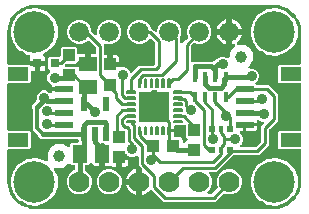
<source format=gbr>
G04 EAGLE Gerber RS-274X export*
G75*
%MOMM*%
%FSLAX34Y34*%
%LPD*%
%INTop Copper*%
%IPPOS*%
%AMOC8*
5,1,8,0,0,1.08239X$1,22.5*%
G01*
%ADD10R,1.000000X1.075000*%
%ADD11C,1.676400*%
%ADD12C,0.140000*%
%ADD13R,2.500000X2.500000*%
%ADD14R,1.240000X1.500000*%
%ADD15R,0.550000X1.200000*%
%ADD16R,1.500000X1.240000*%
%ADD17R,1.075000X1.000000*%
%ADD18R,0.450000X0.900000*%
%ADD19R,0.500000X0.500000*%
%ADD20R,0.400000X0.500000*%
%ADD21C,1.778000*%
%ADD22C,3.516000*%
%ADD23R,1.550000X0.600000*%
%ADD24R,1.800000X1.200000*%
%ADD25C,1.000000*%
%ADD26R,0.800000X0.800000*%
%ADD27C,0.254000*%
%ADD28C,0.906400*%
%ADD29C,0.406400*%
%ADD30C,0.304800*%
%ADD31C,0.889000*%

G36*
X228622Y2543D02*
X228622Y2543D01*
X228700Y2545D01*
X232077Y2810D01*
X232145Y2824D01*
X232214Y2829D01*
X232370Y2869D01*
X238794Y4956D01*
X238901Y5006D01*
X239012Y5050D01*
X239063Y5083D01*
X239082Y5091D01*
X239097Y5104D01*
X239148Y5136D01*
X244612Y9107D01*
X244699Y9188D01*
X244746Y9227D01*
X244752Y9231D01*
X244753Y9233D01*
X244791Y9264D01*
X244829Y9310D01*
X244844Y9324D01*
X244855Y9341D01*
X244893Y9387D01*
X246586Y11717D01*
X246599Y11741D01*
X246616Y11761D01*
X246675Y11880D01*
X246739Y11996D01*
X246746Y12022D01*
X246758Y12046D01*
X246785Y12174D01*
X246799Y12185D01*
X246823Y12196D01*
X246925Y12281D01*
X247031Y12361D01*
X247048Y12381D01*
X247068Y12398D01*
X247171Y12522D01*
X248864Y14852D01*
X248921Y14956D01*
X248985Y15056D01*
X249007Y15113D01*
X249017Y15131D01*
X249022Y15151D01*
X249044Y15206D01*
X251131Y21630D01*
X251144Y21698D01*
X251167Y21764D01*
X251190Y21923D01*
X251455Y25300D01*
X251455Y25304D01*
X251456Y25307D01*
X251455Y25326D01*
X251459Y25400D01*
X251459Y51852D01*
X251444Y51970D01*
X251437Y52089D01*
X251424Y52127D01*
X251419Y52168D01*
X251376Y52278D01*
X251339Y52391D01*
X251317Y52426D01*
X251302Y52463D01*
X251233Y52559D01*
X251169Y52660D01*
X251139Y52688D01*
X251116Y52721D01*
X251024Y52797D01*
X250937Y52878D01*
X250902Y52898D01*
X250871Y52923D01*
X250763Y52974D01*
X250659Y53032D01*
X250619Y53042D01*
X250583Y53059D01*
X250466Y53081D01*
X250351Y53111D01*
X250291Y53115D01*
X250271Y53119D01*
X250250Y53117D01*
X250190Y53121D01*
X232723Y53121D01*
X231681Y54163D01*
X231681Y67637D01*
X232723Y68679D01*
X250190Y68679D01*
X250308Y68694D01*
X250427Y68701D01*
X250465Y68714D01*
X250506Y68719D01*
X250616Y68762D01*
X250729Y68799D01*
X250764Y68821D01*
X250801Y68836D01*
X250897Y68905D01*
X250998Y68969D01*
X251026Y68999D01*
X251059Y69022D01*
X251135Y69114D01*
X251216Y69201D01*
X251236Y69236D01*
X251261Y69267D01*
X251312Y69375D01*
X251370Y69479D01*
X251380Y69519D01*
X251397Y69555D01*
X251419Y69672D01*
X251449Y69787D01*
X251453Y69847D01*
X251457Y69867D01*
X251455Y69888D01*
X251459Y69948D01*
X251459Y107852D01*
X251444Y107970D01*
X251437Y108089D01*
X251424Y108127D01*
X251419Y108168D01*
X251376Y108278D01*
X251339Y108391D01*
X251317Y108426D01*
X251302Y108463D01*
X251233Y108559D01*
X251169Y108660D01*
X251139Y108688D01*
X251116Y108721D01*
X251024Y108797D01*
X250937Y108878D01*
X250902Y108898D01*
X250871Y108923D01*
X250763Y108974D01*
X250659Y109032D01*
X250619Y109042D01*
X250583Y109059D01*
X250466Y109081D01*
X250351Y109111D01*
X250291Y109115D01*
X250271Y109119D01*
X250250Y109117D01*
X250190Y109121D01*
X232723Y109121D01*
X231681Y110163D01*
X231681Y123637D01*
X232723Y124679D01*
X250190Y124679D01*
X250308Y124694D01*
X250427Y124701D01*
X250465Y124714D01*
X250506Y124719D01*
X250616Y124762D01*
X250729Y124799D01*
X250764Y124821D01*
X250801Y124836D01*
X250897Y124905D01*
X250998Y124969D01*
X251026Y124999D01*
X251059Y125022D01*
X251135Y125114D01*
X251216Y125201D01*
X251236Y125236D01*
X251261Y125267D01*
X251312Y125375D01*
X251370Y125479D01*
X251380Y125519D01*
X251397Y125555D01*
X251419Y125672D01*
X251449Y125787D01*
X251453Y125847D01*
X251457Y125867D01*
X251455Y125888D01*
X251459Y125948D01*
X251459Y152400D01*
X251457Y152422D01*
X251455Y152500D01*
X251190Y155877D01*
X251176Y155945D01*
X251171Y156014D01*
X251131Y156170D01*
X249044Y162594D01*
X248993Y162701D01*
X248950Y162812D01*
X248917Y162863D01*
X248909Y162882D01*
X248896Y162897D01*
X248864Y162948D01*
X247171Y165278D01*
X247153Y165297D01*
X247139Y165320D01*
X247044Y165413D01*
X246953Y165509D01*
X246931Y165524D01*
X246912Y165542D01*
X246798Y165608D01*
X246792Y165624D01*
X246789Y165651D01*
X246740Y165775D01*
X246697Y165900D01*
X246682Y165922D01*
X246672Y165947D01*
X246586Y166083D01*
X244893Y168413D01*
X244812Y168499D01*
X244736Y168591D01*
X244690Y168629D01*
X244676Y168644D01*
X244658Y168655D01*
X244612Y168693D01*
X239148Y172664D01*
X239044Y172721D01*
X238944Y172785D01*
X238887Y172807D01*
X238869Y172817D01*
X238849Y172822D01*
X238794Y172844D01*
X232370Y174931D01*
X232302Y174944D01*
X232236Y174967D01*
X232077Y174990D01*
X228700Y175255D01*
X228678Y175254D01*
X228600Y175259D01*
X25400Y175259D01*
X25378Y175257D01*
X25300Y175255D01*
X21923Y174990D01*
X21855Y174976D01*
X21786Y174971D01*
X21630Y174931D01*
X18892Y174041D01*
X18867Y174030D01*
X18841Y174024D01*
X18724Y173963D01*
X18604Y173906D01*
X18583Y173889D01*
X18560Y173877D01*
X18462Y173789D01*
X18445Y173788D01*
X18418Y173793D01*
X18286Y173785D01*
X18153Y173783D01*
X18128Y173775D01*
X18101Y173774D01*
X17945Y173734D01*
X15206Y172844D01*
X15099Y172794D01*
X14988Y172750D01*
X14937Y172717D01*
X14918Y172709D01*
X14903Y172696D01*
X14852Y172664D01*
X9388Y168693D01*
X9301Y168612D01*
X9209Y168536D01*
X9171Y168490D01*
X9156Y168476D01*
X9145Y168458D01*
X9107Y168412D01*
X5136Y162948D01*
X5079Y162844D01*
X5015Y162744D01*
X4993Y162687D01*
X4983Y162669D01*
X4978Y162649D01*
X4956Y162594D01*
X2869Y156170D01*
X2856Y156102D01*
X2833Y156036D01*
X2810Y155877D01*
X2545Y152500D01*
X2546Y152478D01*
X2541Y152400D01*
X2541Y125948D01*
X2556Y125830D01*
X2563Y125711D01*
X2576Y125673D01*
X2581Y125632D01*
X2624Y125522D01*
X2661Y125409D01*
X2683Y125374D01*
X2698Y125337D01*
X2767Y125241D01*
X2831Y125140D01*
X2861Y125112D01*
X2884Y125079D01*
X2976Y125003D01*
X3063Y124922D01*
X3098Y124902D01*
X3129Y124877D01*
X3237Y124826D01*
X3341Y124768D01*
X3381Y124758D01*
X3417Y124741D01*
X3534Y124719D01*
X3649Y124689D01*
X3709Y124685D01*
X3729Y124681D01*
X3750Y124683D01*
X3810Y124679D01*
X21277Y124679D01*
X21853Y124102D01*
X21931Y124042D01*
X22003Y123974D01*
X22056Y123945D01*
X22104Y123908D01*
X22195Y123868D01*
X22282Y123820D01*
X22340Y123805D01*
X22396Y123781D01*
X22494Y123766D01*
X22590Y123741D01*
X22690Y123735D01*
X22710Y123731D01*
X22723Y123732D01*
X22751Y123731D01*
X26061Y123731D01*
X26061Y119189D01*
X23588Y119189D01*
X23470Y119174D01*
X23351Y119167D01*
X23313Y119154D01*
X23272Y119149D01*
X23162Y119106D01*
X23049Y119069D01*
X23014Y119047D01*
X22977Y119032D01*
X22881Y118963D01*
X22780Y118899D01*
X22752Y118869D01*
X22719Y118846D01*
X22643Y118754D01*
X22562Y118667D01*
X22542Y118632D01*
X22517Y118601D01*
X22466Y118493D01*
X22408Y118389D01*
X22398Y118349D01*
X22381Y118313D01*
X22359Y118196D01*
X22329Y118081D01*
X22325Y118021D01*
X22321Y118001D01*
X22323Y117980D01*
X22319Y117920D01*
X22319Y110163D01*
X21277Y109121D01*
X3810Y109121D01*
X3692Y109106D01*
X3573Y109099D01*
X3535Y109086D01*
X3494Y109081D01*
X3384Y109038D01*
X3271Y109001D01*
X3236Y108979D01*
X3199Y108964D01*
X3103Y108895D01*
X3002Y108831D01*
X2974Y108801D01*
X2941Y108778D01*
X2865Y108686D01*
X2784Y108599D01*
X2764Y108564D01*
X2739Y108533D01*
X2688Y108425D01*
X2630Y108321D01*
X2620Y108281D01*
X2603Y108245D01*
X2581Y108128D01*
X2551Y108013D01*
X2547Y107953D01*
X2543Y107933D01*
X2545Y107912D01*
X2541Y107852D01*
X2541Y69948D01*
X2556Y69830D01*
X2563Y69711D01*
X2576Y69673D01*
X2581Y69632D01*
X2624Y69522D01*
X2661Y69409D01*
X2683Y69374D01*
X2698Y69337D01*
X2767Y69241D01*
X2831Y69140D01*
X2861Y69112D01*
X2884Y69079D01*
X2976Y69003D01*
X3063Y68922D01*
X3098Y68902D01*
X3129Y68877D01*
X3237Y68826D01*
X3341Y68768D01*
X3381Y68758D01*
X3417Y68741D01*
X3534Y68719D01*
X3649Y68689D01*
X3709Y68685D01*
X3729Y68681D01*
X3750Y68683D01*
X3810Y68679D01*
X21277Y68679D01*
X22319Y67637D01*
X22319Y54163D01*
X21277Y53121D01*
X3810Y53121D01*
X3692Y53106D01*
X3573Y53099D01*
X3535Y53086D01*
X3494Y53081D01*
X3384Y53038D01*
X3271Y53001D01*
X3236Y52979D01*
X3199Y52964D01*
X3103Y52895D01*
X3002Y52831D01*
X2974Y52801D01*
X2941Y52778D01*
X2865Y52686D01*
X2784Y52599D01*
X2764Y52564D01*
X2739Y52533D01*
X2688Y52425D01*
X2630Y52321D01*
X2620Y52281D01*
X2603Y52245D01*
X2581Y52128D01*
X2551Y52013D01*
X2547Y51953D01*
X2543Y51933D01*
X2545Y51912D01*
X2541Y51852D01*
X2541Y25400D01*
X2543Y25378D01*
X2545Y25300D01*
X2810Y21923D01*
X2824Y21855D01*
X2829Y21786D01*
X2869Y21630D01*
X4956Y15206D01*
X5006Y15099D01*
X5050Y14988D01*
X5083Y14937D01*
X5091Y14918D01*
X5104Y14903D01*
X5136Y14852D01*
X9107Y9388D01*
X9127Y9366D01*
X9138Y9348D01*
X9184Y9305D01*
X9188Y9301D01*
X9264Y9209D01*
X9310Y9171D01*
X9324Y9156D01*
X9342Y9145D01*
X9388Y9107D01*
X14852Y5136D01*
X14956Y5079D01*
X15056Y5015D01*
X15113Y4993D01*
X15131Y4983D01*
X15151Y4978D01*
X15206Y4956D01*
X17945Y4066D01*
X17971Y4061D01*
X17996Y4051D01*
X18127Y4031D01*
X18257Y4006D01*
X18284Y4008D01*
X18310Y4004D01*
X18441Y4018D01*
X18455Y4008D01*
X18474Y3989D01*
X18585Y3917D01*
X18694Y3842D01*
X18719Y3832D01*
X18742Y3818D01*
X18891Y3759D01*
X21630Y2869D01*
X21698Y2856D01*
X21764Y2833D01*
X21923Y2810D01*
X25300Y2545D01*
X25322Y2546D01*
X25400Y2541D01*
X228600Y2541D01*
X228622Y2543D01*
G37*
%LPC*%
G36*
X19416Y6228D02*
X19416Y6228D01*
X19390Y6227D01*
X19364Y6232D01*
X19231Y6224D01*
X19173Y6223D01*
X19147Y6250D01*
X19125Y6265D01*
X19106Y6283D01*
X18972Y6372D01*
X14530Y8937D01*
X14527Y8938D01*
X14525Y8940D01*
X14402Y9000D01*
X14301Y9068D01*
X14292Y9074D01*
X14288Y9076D01*
X14280Y9081D01*
X11929Y10439D01*
X9184Y14216D01*
X9171Y14230D01*
X9161Y14247D01*
X9055Y14368D01*
X8982Y14441D01*
X8962Y14475D01*
X8937Y14540D01*
X8850Y14676D01*
X7008Y17211D01*
X6158Y21213D01*
X6146Y21247D01*
X6141Y21282D01*
X6089Y21435D01*
X6041Y21549D01*
X6041Y21627D01*
X6035Y21679D01*
X6037Y21731D01*
X6014Y21891D01*
X5268Y25400D01*
X6014Y28909D01*
X6018Y28962D01*
X6031Y29012D01*
X6037Y29105D01*
X6039Y29114D01*
X6038Y29124D01*
X6041Y29173D01*
X6041Y29251D01*
X6089Y29365D01*
X6098Y29400D01*
X6114Y29432D01*
X6158Y29587D01*
X7008Y33589D01*
X8850Y36124D01*
X8884Y36185D01*
X8925Y36240D01*
X8986Y36363D01*
X9055Y36432D01*
X9067Y36448D01*
X9082Y36460D01*
X9184Y36584D01*
X11929Y40361D01*
X14280Y41719D01*
X14349Y41771D01*
X14379Y41789D01*
X14381Y41789D01*
X14383Y41791D01*
X14385Y41791D01*
X14530Y41863D01*
X19179Y44547D01*
X27504Y45422D01*
X35137Y42942D01*
X35150Y42940D01*
X35162Y42934D01*
X35306Y42910D01*
X35449Y42883D01*
X35462Y42883D01*
X35475Y42881D01*
X35621Y42893D01*
X35766Y42903D01*
X35779Y42907D01*
X35792Y42908D01*
X35930Y42956D01*
X36069Y43001D01*
X36080Y43008D01*
X36093Y43012D01*
X36214Y43093D01*
X36338Y43171D01*
X36347Y43181D01*
X36358Y43188D01*
X36455Y43296D01*
X36555Y43403D01*
X36562Y43414D01*
X36571Y43424D01*
X36639Y43554D01*
X36709Y43681D01*
X36712Y43694D01*
X36718Y43706D01*
X36752Y43848D01*
X36788Y43989D01*
X36788Y44003D01*
X36791Y44015D01*
X36788Y44161D01*
X36788Y44307D01*
X36785Y44320D01*
X36785Y44333D01*
X36746Y44474D01*
X36709Y44615D01*
X36703Y44627D01*
X36700Y44640D01*
X36628Y44784D01*
X36608Y44818D01*
X36608Y50178D01*
X39288Y54819D01*
X43929Y57499D01*
X49289Y57499D01*
X54023Y54765D01*
X54146Y54714D01*
X54265Y54657D01*
X54292Y54652D01*
X54317Y54642D01*
X54448Y54622D01*
X54578Y54598D01*
X54604Y54599D01*
X54631Y54595D01*
X54763Y54609D01*
X54895Y54617D01*
X54921Y54626D01*
X54947Y54629D01*
X55072Y54675D01*
X55197Y54715D01*
X55220Y54730D01*
X55246Y54739D01*
X55354Y54815D01*
X55466Y54886D01*
X55485Y54905D01*
X55507Y54921D01*
X55593Y55021D01*
X55684Y55117D01*
X55697Y55141D01*
X55715Y55161D01*
X55774Y55280D01*
X55838Y55396D01*
X55844Y55422D01*
X55856Y55446D01*
X55884Y55576D01*
X55917Y55704D01*
X55919Y55742D01*
X55923Y55757D01*
X55922Y55779D01*
X55927Y55864D01*
X55927Y57513D01*
X56969Y58555D01*
X61664Y58555D01*
X61782Y58570D01*
X61901Y58577D01*
X61939Y58590D01*
X61980Y58595D01*
X62090Y58638D01*
X62203Y58675D01*
X62238Y58697D01*
X62275Y58712D01*
X62371Y58781D01*
X62472Y58845D01*
X62500Y58875D01*
X62533Y58898D01*
X62609Y58990D01*
X62690Y59077D01*
X62710Y59112D01*
X62735Y59143D01*
X62786Y59251D01*
X62844Y59355D01*
X62854Y59395D01*
X62871Y59431D01*
X62893Y59548D01*
X62923Y59663D01*
X62927Y59723D01*
X62931Y59743D01*
X62929Y59764D01*
X62933Y59824D01*
X62933Y60619D01*
X62918Y60737D01*
X62911Y60856D01*
X62898Y60894D01*
X62893Y60935D01*
X62850Y61045D01*
X62813Y61158D01*
X62791Y61193D01*
X62776Y61230D01*
X62707Y61326D01*
X62643Y61427D01*
X62613Y61455D01*
X62590Y61488D01*
X62498Y61564D01*
X62411Y61645D01*
X62376Y61665D01*
X62345Y61690D01*
X62237Y61741D01*
X62133Y61799D01*
X62093Y61809D01*
X62057Y61826D01*
X61940Y61848D01*
X61825Y61878D01*
X61765Y61882D01*
X61745Y61886D01*
X61724Y61884D01*
X61664Y61888D01*
X31056Y61888D01*
X28675Y64269D01*
X28675Y64462D01*
X28662Y64560D01*
X28659Y64659D01*
X28643Y64717D01*
X28635Y64778D01*
X28599Y64870D01*
X28571Y64965D01*
X28540Y65017D01*
X28518Y65073D01*
X28460Y65153D01*
X28410Y65239D01*
X28343Y65314D01*
X28331Y65331D01*
X28322Y65338D01*
X28303Y65360D01*
X24296Y69366D01*
X24296Y86463D01*
X24284Y86561D01*
X24281Y86660D01*
X24264Y86718D01*
X24256Y86778D01*
X24220Y86871D01*
X24192Y86966D01*
X24162Y87018D01*
X24139Y87074D01*
X24081Y87154D01*
X24031Y87240D01*
X23965Y87315D01*
X23953Y87332D01*
X23943Y87339D01*
X23925Y87360D01*
X23788Y87497D01*
X23788Y90864D01*
X26992Y94068D01*
X27010Y94091D01*
X27033Y94110D01*
X27107Y94216D01*
X27187Y94319D01*
X27199Y94346D01*
X27216Y94371D01*
X27262Y94492D01*
X27313Y94611D01*
X27318Y94640D01*
X27328Y94668D01*
X27343Y94797D01*
X27363Y94925D01*
X27360Y94955D01*
X27364Y94984D01*
X27345Y95112D01*
X27344Y95125D01*
X27344Y97775D01*
X28305Y100095D01*
X30080Y101870D01*
X32400Y102831D01*
X34910Y102831D01*
X37230Y101870D01*
X38083Y101017D01*
X38192Y100932D01*
X38299Y100843D01*
X38318Y100835D01*
X38334Y100822D01*
X38461Y100767D01*
X38587Y100708D01*
X38607Y100704D01*
X38626Y100696D01*
X38764Y100674D01*
X38900Y100648D01*
X38920Y100649D01*
X38940Y100646D01*
X39079Y100659D01*
X39217Y100668D01*
X39236Y100674D01*
X39256Y100676D01*
X39388Y100723D01*
X39519Y100766D01*
X39537Y100777D01*
X39556Y100783D01*
X39671Y100862D01*
X39788Y100936D01*
X39802Y100951D01*
X39819Y100962D01*
X39911Y101066D01*
X40006Y101168D01*
X40016Y101185D01*
X40029Y101200D01*
X40092Y101324D01*
X40160Y101446D01*
X40165Y101466D01*
X40174Y101484D01*
X40204Y101620D01*
X40239Y101754D01*
X40241Y101782D01*
X40244Y101794D01*
X40243Y101815D01*
X40249Y101915D01*
X40249Y102401D01*
X50310Y102401D01*
X50428Y102416D01*
X50547Y102423D01*
X50585Y102435D01*
X50625Y102441D01*
X50736Y102484D01*
X50849Y102521D01*
X50883Y102543D01*
X50921Y102558D01*
X51017Y102627D01*
X51118Y102691D01*
X51146Y102721D01*
X51178Y102744D01*
X51254Y102836D01*
X51336Y102923D01*
X51355Y102958D01*
X51381Y102989D01*
X51432Y103097D01*
X51489Y103201D01*
X51499Y103241D01*
X51517Y103277D01*
X51539Y103394D01*
X51569Y103509D01*
X51573Y103569D01*
X51576Y103589D01*
X51575Y103610D01*
X51579Y103670D01*
X51579Y104130D01*
X51564Y104248D01*
X51557Y104367D01*
X51544Y104405D01*
X51539Y104446D01*
X51495Y104556D01*
X51459Y104669D01*
X51437Y104704D01*
X51422Y104741D01*
X51352Y104837D01*
X51289Y104938D01*
X51259Y104966D01*
X51235Y104999D01*
X51144Y105075D01*
X51057Y105156D01*
X51022Y105176D01*
X50990Y105201D01*
X50883Y105252D01*
X50778Y105310D01*
X50739Y105320D01*
X50703Y105337D01*
X50586Y105359D01*
X50470Y105389D01*
X50410Y105393D01*
X50390Y105397D01*
X50370Y105395D01*
X50310Y105399D01*
X40249Y105399D01*
X40249Y106808D01*
X40246Y106837D01*
X40248Y106867D01*
X40226Y106995D01*
X40209Y107124D01*
X40199Y107151D01*
X40194Y107180D01*
X40140Y107299D01*
X40092Y107419D01*
X40075Y107443D01*
X40063Y107470D01*
X39982Y107572D01*
X39906Y107677D01*
X39883Y107696D01*
X39864Y107719D01*
X39761Y107797D01*
X39661Y107880D01*
X39634Y107892D01*
X39610Y107910D01*
X39466Y107981D01*
X39144Y108114D01*
X37369Y109889D01*
X36408Y112209D01*
X36408Y114719D01*
X37369Y117039D01*
X38405Y118075D01*
X38478Y118169D01*
X38557Y118258D01*
X38575Y118294D01*
X38600Y118326D01*
X38647Y118435D01*
X38701Y118541D01*
X38710Y118581D01*
X38726Y118618D01*
X38745Y118735D01*
X38771Y118851D01*
X38770Y118892D01*
X38776Y118932D01*
X38765Y119050D01*
X38761Y119169D01*
X38750Y119208D01*
X38746Y119248D01*
X38706Y119361D01*
X38673Y119475D01*
X38652Y119510D01*
X38639Y119548D01*
X38572Y119646D01*
X38511Y119749D01*
X38471Y119794D01*
X38460Y119811D01*
X38445Y119824D01*
X38405Y119870D01*
X37281Y120993D01*
X37281Y130467D01*
X38323Y131509D01*
X46689Y131509D01*
X46807Y131524D01*
X46926Y131531D01*
X46964Y131544D01*
X47005Y131549D01*
X47115Y131592D01*
X47228Y131629D01*
X47263Y131651D01*
X47300Y131666D01*
X47396Y131735D01*
X47497Y131799D01*
X47525Y131829D01*
X47558Y131852D01*
X47634Y131944D01*
X47715Y132031D01*
X47735Y132066D01*
X47760Y132097D01*
X47811Y132205D01*
X47869Y132309D01*
X47879Y132349D01*
X47896Y132385D01*
X47918Y132502D01*
X47948Y132617D01*
X47952Y132677D01*
X47956Y132697D01*
X47954Y132718D01*
X47958Y132778D01*
X47958Y138691D01*
X49000Y139733D01*
X60474Y139733D01*
X61516Y138691D01*
X61516Y134953D01*
X61531Y134835D01*
X61538Y134716D01*
X61551Y134678D01*
X61556Y134637D01*
X61599Y134527D01*
X61636Y134414D01*
X61658Y134379D01*
X61673Y134342D01*
X61742Y134246D01*
X61806Y134145D01*
X61836Y134117D01*
X61859Y134084D01*
X61951Y134008D01*
X62038Y133927D01*
X62073Y133907D01*
X62104Y133882D01*
X62212Y133831D01*
X62316Y133773D01*
X62356Y133763D01*
X62392Y133746D01*
X62509Y133724D01*
X62624Y133694D01*
X62684Y133690D01*
X62704Y133686D01*
X62725Y133688D01*
X62785Y133684D01*
X67946Y133684D01*
X67946Y127482D01*
X62785Y127482D01*
X62667Y127467D01*
X62548Y127460D01*
X62510Y127447D01*
X62469Y127442D01*
X62359Y127398D01*
X62246Y127362D01*
X62211Y127340D01*
X62174Y127325D01*
X62078Y127255D01*
X61977Y127192D01*
X61949Y127162D01*
X61916Y127138D01*
X61840Y127047D01*
X61759Y126960D01*
X61739Y126925D01*
X61714Y126893D01*
X61663Y126786D01*
X61605Y126682D01*
X61595Y126642D01*
X61578Y126606D01*
X61560Y126512D01*
X60474Y125425D01*
X52780Y125425D01*
X52682Y125413D01*
X52583Y125410D01*
X52524Y125393D01*
X52464Y125385D01*
X52372Y125349D01*
X52277Y125322D01*
X52225Y125291D01*
X52169Y125268D01*
X52089Y125210D01*
X52003Y125160D01*
X51928Y125094D01*
X51911Y125082D01*
X51903Y125072D01*
X51882Y125054D01*
X51728Y124900D01*
X51643Y124790D01*
X51554Y124683D01*
X51546Y124664D01*
X51533Y124648D01*
X51478Y124520D01*
X51419Y124395D01*
X51415Y124375D01*
X51407Y124356D01*
X51385Y124219D01*
X51359Y124082D01*
X51360Y124062D01*
X51357Y124042D01*
X51370Y123904D01*
X51379Y123765D01*
X51385Y123746D01*
X51387Y123726D01*
X51434Y123595D01*
X51477Y123463D01*
X51488Y123446D01*
X51494Y123426D01*
X51572Y123312D01*
X51647Y123194D01*
X51662Y123180D01*
X51673Y123163D01*
X51777Y123072D01*
X51879Y122976D01*
X51896Y122966D01*
X51911Y122953D01*
X52035Y122890D01*
X52157Y122822D01*
X52177Y122817D01*
X52195Y122808D01*
X52331Y122778D01*
X52465Y122743D01*
X52493Y122741D01*
X52505Y122738D01*
X52526Y122739D01*
X52626Y122733D01*
X60486Y122733D01*
X60509Y122715D01*
X60581Y122647D01*
X60634Y122618D01*
X60682Y122581D01*
X60773Y122541D01*
X60860Y122493D01*
X60918Y122478D01*
X60974Y122454D01*
X61072Y122439D01*
X61168Y122414D01*
X61268Y122408D01*
X61288Y122404D01*
X61300Y122406D01*
X61328Y122404D01*
X69215Y122404D01*
X69333Y122419D01*
X69452Y122426D01*
X69490Y122439D01*
X69530Y122444D01*
X69641Y122487D01*
X69754Y122524D01*
X69789Y122546D01*
X69826Y122561D01*
X69922Y122631D01*
X70023Y122694D01*
X70051Y122724D01*
X70083Y122748D01*
X70159Y122839D01*
X70241Y122926D01*
X70260Y122961D01*
X70286Y122992D01*
X70337Y123100D01*
X70394Y123204D01*
X70405Y123244D01*
X70422Y123280D01*
X70444Y123397D01*
X70474Y123512D01*
X70478Y123573D01*
X70482Y123593D01*
X70480Y123613D01*
X70484Y123673D01*
X70484Y124944D01*
X71755Y124944D01*
X71873Y124959D01*
X71992Y124966D01*
X72030Y124979D01*
X72070Y124984D01*
X72181Y125028D01*
X72294Y125064D01*
X72329Y125086D01*
X72366Y125101D01*
X72462Y125171D01*
X72563Y125234D01*
X72591Y125264D01*
X72623Y125288D01*
X72699Y125379D01*
X72781Y125466D01*
X72800Y125501D01*
X72826Y125533D01*
X72877Y125640D01*
X72934Y125744D01*
X72945Y125784D01*
X72962Y125820D01*
X72984Y125937D01*
X73014Y126052D01*
X73018Y126113D01*
X73022Y126133D01*
X73020Y126153D01*
X73024Y126213D01*
X73024Y133684D01*
X76590Y133684D01*
X76708Y133699D01*
X76827Y133706D01*
X76865Y133719D01*
X76906Y133724D01*
X77016Y133767D01*
X77129Y133804D01*
X77164Y133826D01*
X77201Y133841D01*
X77297Y133910D01*
X77398Y133974D01*
X77426Y134004D01*
X77459Y134027D01*
X77535Y134119D01*
X77616Y134206D01*
X77636Y134241D01*
X77661Y134272D01*
X77712Y134380D01*
X77770Y134484D01*
X77780Y134524D01*
X77797Y134560D01*
X77819Y134677D01*
X77849Y134792D01*
X77853Y134852D01*
X77857Y134872D01*
X77855Y134893D01*
X77859Y134953D01*
X77859Y138559D01*
X77847Y138657D01*
X77844Y138756D01*
X77827Y138815D01*
X77819Y138875D01*
X77783Y138967D01*
X77755Y139062D01*
X77725Y139114D01*
X77702Y139170D01*
X77644Y139250D01*
X77594Y139336D01*
X77528Y139411D01*
X77516Y139428D01*
X77506Y139436D01*
X77488Y139457D01*
X72104Y144840D01*
X72010Y144913D01*
X71921Y144992D01*
X71885Y145010D01*
X71853Y145035D01*
X71744Y145082D01*
X71638Y145136D01*
X71598Y145145D01*
X71561Y145161D01*
X71443Y145180D01*
X71327Y145206D01*
X71287Y145205D01*
X71247Y145211D01*
X71128Y145200D01*
X71010Y145196D01*
X70971Y145185D01*
X70930Y145181D01*
X70818Y145141D01*
X70704Y145108D01*
X70669Y145087D01*
X70631Y145074D01*
X70533Y145007D01*
X70430Y144946D01*
X70385Y144907D01*
X70368Y144895D01*
X70354Y144880D01*
X70309Y144840D01*
X69256Y143786D01*
X65521Y142239D01*
X61479Y142239D01*
X57744Y143786D01*
X54886Y146644D01*
X53339Y150379D01*
X53339Y154421D01*
X54886Y158156D01*
X57744Y161014D01*
X61479Y162561D01*
X65521Y162561D01*
X69256Y161014D01*
X72114Y158156D01*
X73661Y154421D01*
X73661Y153151D01*
X73673Y153053D01*
X73676Y152954D01*
X73693Y152895D01*
X73701Y152835D01*
X73737Y152743D01*
X73765Y152648D01*
X73795Y152596D01*
X73818Y152540D01*
X73876Y152460D01*
X73926Y152374D01*
X73992Y152299D01*
X74004Y152282D01*
X74014Y152274D01*
X74032Y152253D01*
X76573Y149713D01*
X76682Y149628D01*
X76789Y149539D01*
X76808Y149531D01*
X76824Y149518D01*
X76952Y149463D01*
X77077Y149404D01*
X77097Y149400D01*
X77116Y149392D01*
X77254Y149370D01*
X77390Y149344D01*
X77410Y149345D01*
X77430Y149342D01*
X77569Y149355D01*
X77707Y149364D01*
X77726Y149370D01*
X77746Y149372D01*
X77878Y149419D01*
X78009Y149462D01*
X78027Y149473D01*
X78046Y149480D01*
X78161Y149558D01*
X78278Y149632D01*
X78292Y149647D01*
X78309Y149658D01*
X78401Y149762D01*
X78496Y149864D01*
X78506Y149881D01*
X78519Y149897D01*
X78583Y150021D01*
X78650Y150142D01*
X78655Y150162D01*
X78664Y150180D01*
X78694Y150316D01*
X78729Y150450D01*
X78731Y150478D01*
X78734Y150490D01*
X78733Y150511D01*
X78739Y150611D01*
X78739Y154421D01*
X80286Y158156D01*
X83144Y161014D01*
X86879Y162561D01*
X90921Y162561D01*
X94656Y161014D01*
X97514Y158156D01*
X99061Y154421D01*
X99061Y150379D01*
X97514Y146644D01*
X94656Y143786D01*
X90921Y142239D01*
X86879Y142239D01*
X86220Y142512D01*
X86172Y142525D01*
X86127Y142547D01*
X86019Y142567D01*
X85913Y142596D01*
X85863Y142597D01*
X85814Y142606D01*
X85705Y142600D01*
X85595Y142601D01*
X85547Y142590D01*
X85497Y142587D01*
X85393Y142553D01*
X85286Y142527D01*
X85242Y142504D01*
X85195Y142489D01*
X85102Y142430D01*
X85005Y142378D01*
X84968Y142345D01*
X84926Y142318D01*
X84850Y142238D01*
X84769Y142165D01*
X84742Y142123D01*
X84708Y142087D01*
X84655Y141991D01*
X84595Y141899D01*
X84578Y141852D01*
X84554Y141808D01*
X84527Y141702D01*
X84491Y141598D01*
X84487Y141548D01*
X84475Y141500D01*
X84465Y141340D01*
X84465Y134017D01*
X84480Y133899D01*
X84487Y133780D01*
X84500Y133742D01*
X84505Y133701D01*
X84548Y133591D01*
X84585Y133478D01*
X84607Y133443D01*
X84622Y133406D01*
X84691Y133310D01*
X84755Y133209D01*
X84785Y133181D01*
X84808Y133148D01*
X84900Y133072D01*
X84987Y132991D01*
X85022Y132971D01*
X85053Y132946D01*
X85161Y132895D01*
X85265Y132837D01*
X85305Y132827D01*
X85341Y132810D01*
X85458Y132788D01*
X85573Y132758D01*
X85633Y132754D01*
X85653Y132750D01*
X85674Y132752D01*
X85734Y132748D01*
X86782Y132748D01*
X86782Y126062D01*
X86797Y125944D01*
X86804Y125825D01*
X86816Y125787D01*
X86822Y125747D01*
X86865Y125636D01*
X86902Y125523D01*
X86924Y125489D01*
X86939Y125451D01*
X87008Y125355D01*
X87072Y125254D01*
X87102Y125226D01*
X87125Y125194D01*
X87217Y125118D01*
X87304Y125036D01*
X87339Y125017D01*
X87370Y124991D01*
X87478Y124940D01*
X87582Y124883D01*
X87622Y124873D01*
X87658Y124855D01*
X87775Y124833D01*
X87890Y124803D01*
X87950Y124799D01*
X87970Y124796D01*
X87991Y124797D01*
X88051Y124793D01*
X89242Y124793D01*
X89242Y123602D01*
X89257Y123484D01*
X89264Y123365D01*
X89277Y123327D01*
X89282Y123286D01*
X89326Y123176D01*
X89362Y123063D01*
X89384Y123028D01*
X89399Y122991D01*
X89469Y122894D01*
X89532Y122794D01*
X89562Y122766D01*
X89586Y122733D01*
X89677Y122657D01*
X89764Y122576D01*
X89799Y122556D01*
X89831Y122531D01*
X89938Y122480D01*
X90043Y122422D01*
X90082Y122412D01*
X90118Y122395D01*
X90235Y122373D01*
X90351Y122343D01*
X90411Y122339D01*
X90431Y122335D01*
X90451Y122337D01*
X90511Y122333D01*
X97570Y122333D01*
X97599Y122322D01*
X97698Y122275D01*
X97747Y122266D01*
X97793Y122248D01*
X97903Y122236D01*
X98010Y122215D01*
X98060Y122218D01*
X98109Y122213D01*
X98218Y122228D01*
X98328Y122235D01*
X98375Y122250D01*
X98424Y122257D01*
X98577Y122309D01*
X99075Y122516D01*
X101585Y122516D01*
X103905Y121555D01*
X105680Y119780D01*
X106159Y118623D01*
X106184Y118580D01*
X106201Y118533D01*
X106262Y118442D01*
X106317Y118346D01*
X106351Y118311D01*
X106379Y118270D01*
X106462Y118197D01*
X106538Y118118D01*
X106580Y118092D01*
X106618Y118059D01*
X106716Y118009D01*
X106809Y117952D01*
X106857Y117937D01*
X106901Y117915D01*
X107008Y117891D01*
X107113Y117858D01*
X107163Y117856D01*
X107211Y117845D01*
X107321Y117848D01*
X107431Y117843D01*
X107479Y117853D01*
X107529Y117855D01*
X107635Y117885D01*
X107742Y117907D01*
X107787Y117929D01*
X107835Y117943D01*
X107929Y117999D01*
X108028Y118047D01*
X108066Y118079D01*
X108109Y118105D01*
X108229Y118211D01*
X113905Y123887D01*
X126238Y123887D01*
X126356Y123902D01*
X126475Y123909D01*
X126513Y123922D01*
X126554Y123927D01*
X126664Y123970D01*
X126777Y124007D01*
X126812Y124029D01*
X126849Y124044D01*
X126945Y124113D01*
X127046Y124177D01*
X127074Y124207D01*
X127107Y124230D01*
X127183Y124322D01*
X127264Y124409D01*
X127284Y124444D01*
X127309Y124475D01*
X127360Y124583D01*
X127418Y124687D01*
X127428Y124727D01*
X127445Y124763D01*
X127467Y124880D01*
X127497Y124995D01*
X127501Y125055D01*
X127505Y125075D01*
X127503Y125096D01*
X127507Y125156D01*
X127507Y142886D01*
X127495Y142984D01*
X127492Y143083D01*
X127475Y143142D01*
X127467Y143202D01*
X127431Y143294D01*
X127403Y143389D01*
X127373Y143441D01*
X127350Y143497D01*
X127292Y143577D01*
X127242Y143663D01*
X127176Y143738D01*
X127164Y143755D01*
X127154Y143763D01*
X127136Y143784D01*
X124492Y146427D01*
X124398Y146500D01*
X124309Y146579D01*
X124273Y146597D01*
X124241Y146622D01*
X124131Y146670D01*
X124025Y146724D01*
X123986Y146733D01*
X123949Y146749D01*
X123831Y146767D01*
X123715Y146793D01*
X123675Y146792D01*
X123635Y146799D01*
X123516Y146787D01*
X123397Y146784D01*
X123358Y146772D01*
X123318Y146769D01*
X123206Y146728D01*
X123092Y146695D01*
X123057Y146675D01*
X123019Y146661D01*
X122920Y146594D01*
X122818Y146534D01*
X122772Y146494D01*
X122756Y146483D01*
X122742Y146467D01*
X122697Y146427D01*
X120056Y143786D01*
X116321Y142239D01*
X112279Y142239D01*
X108544Y143786D01*
X105686Y146644D01*
X104139Y150379D01*
X104139Y154421D01*
X105686Y158156D01*
X108544Y161014D01*
X112279Y162561D01*
X116321Y162561D01*
X120056Y161014D01*
X122914Y158156D01*
X123605Y156486D01*
X123620Y156461D01*
X123629Y156433D01*
X123699Y156323D01*
X123763Y156210D01*
X123783Y156189D01*
X123799Y156164D01*
X123894Y156075D01*
X123984Y155982D01*
X124009Y155966D01*
X124031Y155946D01*
X124145Y155883D01*
X124255Y155815D01*
X124283Y155807D01*
X124309Y155792D01*
X124435Y155760D01*
X124530Y155731D01*
X126864Y153396D01*
X127372Y152888D01*
X127482Y152803D01*
X127589Y152714D01*
X127608Y152706D01*
X127624Y152693D01*
X127752Y152638D01*
X127877Y152579D01*
X127897Y152575D01*
X127916Y152567D01*
X128054Y152545D01*
X128190Y152519D01*
X128210Y152520D01*
X128230Y152517D01*
X128369Y152530D01*
X128507Y152539D01*
X128526Y152545D01*
X128546Y152547D01*
X128677Y152594D01*
X128809Y152637D01*
X128827Y152648D01*
X128846Y152655D01*
X128960Y152732D01*
X129078Y152807D01*
X129092Y152822D01*
X129109Y152833D01*
X129201Y152937D01*
X129296Y153039D01*
X129306Y153056D01*
X129319Y153072D01*
X129382Y153195D01*
X129450Y153317D01*
X129455Y153337D01*
X129464Y153355D01*
X129494Y153491D01*
X129529Y153625D01*
X129531Y153653D01*
X129534Y153665D01*
X129533Y153686D01*
X129539Y153786D01*
X129539Y154421D01*
X131086Y158156D01*
X133944Y161014D01*
X137679Y162561D01*
X141721Y162561D01*
X145456Y161014D01*
X148314Y158156D01*
X149861Y154421D01*
X149861Y150379D01*
X148687Y147546D01*
X148685Y147537D01*
X148680Y147529D01*
X148643Y147384D01*
X148603Y147239D01*
X148603Y147230D01*
X148601Y147221D01*
X148591Y147060D01*
X148591Y143626D01*
X148608Y143488D01*
X148621Y143349D01*
X148628Y143330D01*
X148631Y143310D01*
X148682Y143181D01*
X148729Y143050D01*
X148740Y143033D01*
X148748Y143015D01*
X148829Y142902D01*
X148907Y142787D01*
X148923Y142774D01*
X148934Y142757D01*
X149042Y142668D01*
X149146Y142576D01*
X149164Y142567D01*
X149179Y142554D01*
X149305Y142495D01*
X149429Y142432D01*
X149449Y142427D01*
X149467Y142419D01*
X149603Y142393D01*
X149739Y142362D01*
X149760Y142363D01*
X149779Y142359D01*
X149918Y142368D01*
X150057Y142372D01*
X150077Y142378D01*
X150097Y142379D01*
X150229Y142422D01*
X150363Y142460D01*
X150380Y142471D01*
X150399Y142477D01*
X150517Y142551D01*
X150637Y142622D01*
X150658Y142640D01*
X150668Y142647D01*
X150682Y142662D01*
X150757Y142728D01*
X153426Y145396D01*
X155356Y147326D01*
X155374Y147350D01*
X155396Y147369D01*
X155471Y147475D01*
X155551Y147578D01*
X155562Y147605D01*
X155579Y147629D01*
X155625Y147750D01*
X155677Y147869D01*
X155682Y147899D01*
X155692Y147926D01*
X155706Y148055D01*
X155727Y148184D01*
X155724Y148213D01*
X155727Y148242D01*
X155709Y148371D01*
X155697Y148500D01*
X155687Y148528D01*
X155683Y148557D01*
X155631Y148710D01*
X154939Y150379D01*
X154939Y154421D01*
X156486Y158156D01*
X159344Y161014D01*
X163079Y162561D01*
X167121Y162561D01*
X170856Y161014D01*
X173714Y158156D01*
X175261Y154421D01*
X175261Y150379D01*
X173714Y146644D01*
X170856Y143786D01*
X167121Y142239D01*
X163079Y142239D01*
X161410Y142931D01*
X161381Y142939D01*
X161355Y142952D01*
X161228Y142980D01*
X161103Y143015D01*
X161073Y143015D01*
X161044Y143022D01*
X160915Y143018D01*
X160785Y143020D01*
X160756Y143013D01*
X160727Y143012D01*
X160602Y142976D01*
X160476Y142946D01*
X160449Y142932D01*
X160421Y142924D01*
X160310Y142858D01*
X160194Y142797D01*
X160173Y142777D01*
X160147Y142762D01*
X160026Y142656D01*
X158096Y140726D01*
X158036Y140647D01*
X157968Y140575D01*
X157939Y140522D01*
X157902Y140474D01*
X157862Y140383D01*
X157814Y140297D01*
X157799Y140238D01*
X157775Y140183D01*
X157760Y140085D01*
X157735Y139989D01*
X157729Y139889D01*
X157725Y139868D01*
X157727Y139856D01*
X157725Y139828D01*
X157725Y128483D01*
X157742Y128345D01*
X157755Y128207D01*
X157762Y128188D01*
X157765Y128168D01*
X157816Y128039D01*
X157863Y127907D01*
X157874Y127891D01*
X157882Y127872D01*
X157963Y127759D01*
X158042Y127644D01*
X158057Y127631D01*
X158068Y127615D01*
X158176Y127526D01*
X158280Y127434D01*
X158298Y127425D01*
X158313Y127412D01*
X158439Y127353D01*
X158563Y127289D01*
X158583Y127285D01*
X158601Y127276D01*
X158737Y127250D01*
X158874Y127220D01*
X158894Y127220D01*
X158913Y127217D01*
X159052Y127225D01*
X159192Y127230D01*
X159211Y127235D01*
X159231Y127236D01*
X159287Y127255D01*
X176479Y127255D01*
X176577Y127267D01*
X176676Y127270D01*
X176734Y127287D01*
X176794Y127295D01*
X176886Y127331D01*
X176981Y127359D01*
X177033Y127389D01*
X177090Y127412D01*
X177170Y127470D01*
X177255Y127520D01*
X177331Y127586D01*
X177347Y127598D01*
X177355Y127608D01*
X177376Y127626D01*
X178909Y129160D01*
X179399Y129160D01*
X179497Y129172D01*
X179596Y129175D01*
X179655Y129192D01*
X179715Y129200D01*
X179807Y129236D01*
X179902Y129264D01*
X179954Y129294D01*
X180010Y129317D01*
X180090Y129375D01*
X180176Y129425D01*
X180251Y129491D01*
X180268Y129503D01*
X180276Y129513D01*
X180297Y129531D01*
X181210Y130445D01*
X183530Y131406D01*
X186040Y131406D01*
X188360Y130445D01*
X188492Y130312D01*
X188602Y130227D01*
X188709Y130138D01*
X188728Y130130D01*
X188744Y130117D01*
X188872Y130062D01*
X188997Y130003D01*
X189017Y129999D01*
X189036Y129991D01*
X189173Y129969D01*
X189310Y129943D01*
X189330Y129944D01*
X189350Y129941D01*
X189488Y129954D01*
X189627Y129963D01*
X189646Y129969D01*
X189666Y129971D01*
X189797Y130018D01*
X189929Y130061D01*
X189947Y130072D01*
X189966Y130078D01*
X190081Y130157D01*
X190198Y130231D01*
X190212Y130246D01*
X190229Y130257D01*
X190321Y130361D01*
X190416Y130463D01*
X190426Y130480D01*
X190439Y130495D01*
X190502Y130619D01*
X190570Y130741D01*
X190575Y130761D01*
X190584Y130779D01*
X190614Y130914D01*
X190649Y131049D01*
X190651Y131077D01*
X190654Y131089D01*
X190653Y131109D01*
X190659Y131210D01*
X190659Y134125D01*
X193339Y138766D01*
X195049Y139753D01*
X195070Y139769D01*
X195094Y139781D01*
X195197Y139865D01*
X195302Y139945D01*
X195319Y139966D01*
X195339Y139983D01*
X195417Y140091D01*
X195500Y140195D01*
X195510Y140219D01*
X195526Y140241D01*
X195575Y140364D01*
X195629Y140485D01*
X195634Y140511D01*
X195643Y140536D01*
X195660Y140667D01*
X195682Y140799D01*
X195680Y140825D01*
X195683Y140852D01*
X195667Y140983D01*
X195656Y141116D01*
X195647Y141141D01*
X195644Y141167D01*
X195595Y141290D01*
X195551Y141416D01*
X195537Y141438D01*
X195527Y141463D01*
X195449Y141570D01*
X195376Y141681D01*
X195356Y141699D01*
X195340Y141720D01*
X195238Y141805D01*
X195139Y141894D01*
X195116Y141906D01*
X195095Y141923D01*
X194975Y141980D01*
X194858Y142042D01*
X194832Y142048D01*
X194808Y142059D01*
X194677Y142084D01*
X194548Y142115D01*
X194521Y142114D01*
X194495Y142119D01*
X194363Y142111D01*
X194230Y142108D01*
X194204Y142101D01*
X194178Y142099D01*
X194022Y142059D01*
X193058Y141746D01*
X192999Y141737D01*
X192999Y149901D01*
X201163Y149901D01*
X201154Y149842D01*
X200623Y148207D01*
X199842Y146675D01*
X198831Y145284D01*
X197616Y144069D01*
X197166Y143742D01*
X197108Y143687D01*
X197043Y143641D01*
X196992Y143579D01*
X196934Y143524D01*
X196891Y143457D01*
X196841Y143396D01*
X196806Y143323D01*
X196764Y143256D01*
X196739Y143180D01*
X196705Y143108D01*
X196690Y143029D01*
X196665Y142953D01*
X196660Y142874D01*
X196645Y142795D01*
X196650Y142716D01*
X196645Y142636D01*
X196660Y142558D01*
X196665Y142478D01*
X196690Y142402D01*
X196705Y142323D01*
X196738Y142251D01*
X196763Y142176D01*
X196806Y142108D01*
X196840Y142036D01*
X196891Y141974D01*
X196933Y141907D01*
X196992Y141852D01*
X197042Y141790D01*
X197107Y141744D01*
X197165Y141689D01*
X197235Y141650D01*
X197299Y141603D01*
X197374Y141574D01*
X197443Y141535D01*
X197521Y141515D01*
X197595Y141486D01*
X197674Y141476D01*
X197751Y141456D01*
X197909Y141446D01*
X197911Y141446D01*
X197912Y141446D01*
X203340Y141446D01*
X207981Y138766D01*
X210661Y134125D01*
X210661Y128765D01*
X207981Y124124D01*
X207302Y123732D01*
X207186Y123644D01*
X207069Y123559D01*
X207060Y123548D01*
X207049Y123540D01*
X206959Y123426D01*
X206866Y123314D01*
X206860Y123301D01*
X206852Y123291D01*
X206792Y123157D01*
X206730Y123026D01*
X206728Y123013D01*
X206722Y123000D01*
X206697Y122855D01*
X206670Y122713D01*
X206671Y122700D01*
X206669Y122687D01*
X206681Y122541D01*
X206690Y122396D01*
X206694Y122383D01*
X206695Y122370D01*
X206743Y122232D01*
X206788Y122094D01*
X206795Y122082D01*
X206800Y122069D01*
X206880Y121948D01*
X206958Y121825D01*
X206968Y121816D01*
X206976Y121804D01*
X207083Y121707D01*
X207190Y121607D01*
X207202Y121600D01*
X207212Y121591D01*
X207341Y121524D01*
X207468Y121453D01*
X207482Y121450D01*
X207494Y121444D01*
X207636Y121410D01*
X207776Y121374D01*
X207795Y121373D01*
X207803Y121371D01*
X207820Y121371D01*
X207937Y121364D01*
X210560Y121364D01*
X212880Y120403D01*
X214655Y118628D01*
X215616Y116308D01*
X215616Y113798D01*
X214655Y111478D01*
X212799Y109622D01*
X212725Y109528D01*
X212647Y109438D01*
X212629Y109403D01*
X212604Y109371D01*
X212556Y109261D01*
X212502Y109155D01*
X212493Y109116D01*
X212477Y109079D01*
X212459Y108961D01*
X212433Y108845D01*
X212434Y108805D01*
X212427Y108765D01*
X212439Y108646D01*
X212442Y108527D01*
X212454Y108488D01*
X212457Y108448D01*
X212498Y108336D01*
X212531Y108222D01*
X212551Y108187D01*
X212565Y108149D01*
X212632Y108050D01*
X212692Y107948D01*
X212732Y107902D01*
X212743Y107886D01*
X212759Y107872D01*
X212799Y107827D01*
X213051Y107574D01*
X213129Y107514D01*
X213201Y107446D01*
X213254Y107417D01*
X213302Y107380D01*
X213393Y107340D01*
X213480Y107292D01*
X213539Y107277D01*
X213594Y107253D01*
X213692Y107238D01*
X213788Y107213D01*
X213888Y107207D01*
X213908Y107203D01*
X213921Y107205D01*
X213949Y107203D01*
X223858Y107203D01*
X231903Y99158D01*
X231903Y77372D01*
X224654Y70124D01*
X224594Y70045D01*
X224526Y69973D01*
X224497Y69920D01*
X224460Y69872D01*
X224420Y69781D01*
X224372Y69695D01*
X224357Y69636D01*
X224333Y69581D01*
X224318Y69483D01*
X224293Y69387D01*
X224287Y69287D01*
X224283Y69266D01*
X224285Y69254D01*
X224283Y69226D01*
X224283Y57052D01*
X215374Y48143D01*
X194137Y48143D01*
X194039Y48131D01*
X193940Y48128D01*
X193882Y48111D01*
X193822Y48103D01*
X193730Y48067D01*
X193635Y48039D01*
X193582Y48009D01*
X193526Y47986D01*
X193446Y47928D01*
X193361Y47878D01*
X193285Y47811D01*
X193269Y47799D01*
X193261Y47790D01*
X193240Y47771D01*
X181820Y36352D01*
X179514Y34045D01*
X174607Y34045D01*
X174469Y34028D01*
X174330Y34015D01*
X174311Y34008D01*
X174291Y34005D01*
X174162Y33954D01*
X174031Y33907D01*
X174014Y33896D01*
X173996Y33888D01*
X173883Y33807D01*
X173768Y33729D01*
X173755Y33713D01*
X173738Y33702D01*
X173649Y33594D01*
X173558Y33490D01*
X173548Y33472D01*
X173535Y33457D01*
X173476Y33331D01*
X173413Y33207D01*
X173408Y33187D01*
X173400Y33169D01*
X173374Y33033D01*
X173343Y32897D01*
X173344Y32876D01*
X173340Y32857D01*
X173349Y32718D01*
X173353Y32579D01*
X173359Y32559D01*
X173360Y32539D01*
X173403Y32407D01*
X173441Y32273D01*
X173452Y32256D01*
X173458Y32237D01*
X173532Y32119D01*
X173603Y31999D01*
X173622Y31978D01*
X173628Y31968D01*
X173643Y31954D01*
X173709Y31878D01*
X174145Y31443D01*
X175769Y27522D01*
X175769Y23278D01*
X174145Y19357D01*
X172322Y17534D01*
X172237Y17425D01*
X172148Y17318D01*
X172140Y17299D01*
X172127Y17283D01*
X172072Y17155D01*
X172013Y17030D01*
X172009Y17010D01*
X172001Y16991D01*
X171979Y16853D01*
X171953Y16717D01*
X171954Y16697D01*
X171951Y16677D01*
X171964Y16538D01*
X171973Y16400D01*
X171979Y16381D01*
X171981Y16361D01*
X172028Y16229D01*
X172071Y16098D01*
X172082Y16080D01*
X172089Y16061D01*
X172167Y15946D01*
X172241Y15829D01*
X172256Y15815D01*
X172267Y15798D01*
X172371Y15706D01*
X172473Y15611D01*
X172490Y15601D01*
X172506Y15588D01*
X172630Y15524D01*
X172751Y15457D01*
X172771Y15452D01*
X172789Y15443D01*
X172925Y15413D01*
X173059Y15378D01*
X173087Y15376D01*
X173099Y15373D01*
X173120Y15374D01*
X173220Y15368D01*
X175271Y15368D01*
X175369Y15380D01*
X175468Y15383D01*
X175527Y15400D01*
X175587Y15408D01*
X175679Y15444D01*
X175774Y15472D01*
X175826Y15502D01*
X175882Y15525D01*
X175962Y15583D01*
X176048Y15633D01*
X176123Y15699D01*
X176140Y15711D01*
X176148Y15721D01*
X176169Y15739D01*
X180367Y19938D01*
X180385Y19961D01*
X180407Y19980D01*
X180482Y20086D01*
X180562Y20189D01*
X180573Y20216D01*
X180590Y20240D01*
X180636Y20361D01*
X180688Y20481D01*
X180693Y20510D01*
X180703Y20537D01*
X180718Y20666D01*
X180738Y20795D01*
X180735Y20824D01*
X180738Y20854D01*
X180720Y20982D01*
X180708Y21111D01*
X180698Y21139D01*
X180694Y21168D01*
X180642Y21321D01*
X179831Y23278D01*
X179831Y27522D01*
X181455Y31443D01*
X184457Y34445D01*
X188378Y36069D01*
X192622Y36069D01*
X196543Y34445D01*
X199545Y31443D01*
X201169Y27522D01*
X201169Y23278D01*
X199545Y19357D01*
X196543Y16355D01*
X192622Y14731D01*
X188378Y14731D01*
X186421Y15542D01*
X186392Y15550D01*
X186366Y15563D01*
X186239Y15592D01*
X186114Y15626D01*
X186085Y15626D01*
X186056Y15633D01*
X185926Y15629D01*
X185796Y15631D01*
X185767Y15624D01*
X185738Y15623D01*
X185613Y15587D01*
X185487Y15557D01*
X185461Y15543D01*
X185432Y15535D01*
X185321Y15469D01*
X185206Y15408D01*
X185184Y15388D01*
X185158Y15373D01*
X185038Y15267D01*
X178533Y8762D01*
X134522Y8762D01*
X126004Y17281D01*
X125043Y18242D01*
X124996Y18278D01*
X124955Y18322D01*
X124870Y18375D01*
X124791Y18437D01*
X124737Y18460D01*
X124686Y18492D01*
X124591Y18523D01*
X124499Y18563D01*
X124441Y18572D01*
X124384Y18591D01*
X124284Y18597D01*
X124185Y18613D01*
X124126Y18607D01*
X124067Y18611D01*
X123968Y18592D01*
X123869Y18583D01*
X123813Y18563D01*
X123754Y18552D01*
X123664Y18509D01*
X123569Y18475D01*
X123520Y18442D01*
X123466Y18417D01*
X123389Y18353D01*
X123306Y18297D01*
X123267Y18252D01*
X123221Y18214D01*
X123118Y18090D01*
X123019Y17953D01*
X121747Y16681D01*
X120291Y15623D01*
X118688Y14807D01*
X116977Y14251D01*
X116799Y14223D01*
X116799Y24170D01*
X116784Y24288D01*
X116777Y24407D01*
X116764Y24445D01*
X116759Y24485D01*
X116716Y24596D01*
X116679Y24709D01*
X116657Y24743D01*
X116642Y24781D01*
X116573Y24877D01*
X116509Y24978D01*
X116479Y25006D01*
X116456Y25038D01*
X116364Y25114D01*
X116277Y25196D01*
X116242Y25215D01*
X116211Y25241D01*
X116103Y25292D01*
X115999Y25349D01*
X115959Y25359D01*
X115923Y25377D01*
X115816Y25397D01*
X115846Y25401D01*
X115956Y25445D01*
X116069Y25481D01*
X116104Y25503D01*
X116141Y25518D01*
X116237Y25588D01*
X116338Y25651D01*
X116366Y25681D01*
X116399Y25705D01*
X116475Y25796D01*
X116556Y25883D01*
X116576Y25918D01*
X116601Y25950D01*
X116652Y26057D01*
X116710Y26162D01*
X116720Y26201D01*
X116737Y26237D01*
X116759Y26354D01*
X116789Y26470D01*
X116793Y26530D01*
X116797Y26550D01*
X116795Y26570D01*
X116797Y26576D01*
X116796Y26583D01*
X116799Y26630D01*
X116799Y35611D01*
X116787Y35709D01*
X116784Y35808D01*
X116767Y35867D01*
X116759Y35927D01*
X116723Y36019D01*
X116695Y36114D01*
X116665Y36166D01*
X116642Y36222D01*
X116584Y36302D01*
X116534Y36388D01*
X116468Y36463D01*
X116456Y36480D01*
X116446Y36488D01*
X116428Y36509D01*
X113632Y39304D01*
X113632Y46499D01*
X113626Y46548D01*
X113628Y46598D01*
X113606Y46705D01*
X113592Y46815D01*
X113574Y46861D01*
X113564Y46909D01*
X113516Y47008D01*
X113475Y47110D01*
X113446Y47150D01*
X113424Y47195D01*
X113353Y47279D01*
X113289Y47368D01*
X113250Y47399D01*
X113218Y47437D01*
X113128Y47500D01*
X113044Y47570D01*
X112999Y47592D01*
X112958Y47620D01*
X112855Y47659D01*
X112756Y47706D01*
X112707Y47715D01*
X112661Y47733D01*
X112551Y47745D01*
X112444Y47766D01*
X112394Y47763D01*
X112345Y47768D01*
X112236Y47753D01*
X112126Y47746D01*
X112079Y47731D01*
X112030Y47724D01*
X111877Y47672D01*
X109713Y46775D01*
X107203Y46775D01*
X104883Y47736D01*
X104255Y48365D01*
X104176Y48425D01*
X104104Y48493D01*
X104051Y48522D01*
X104003Y48559D01*
X103912Y48599D01*
X103826Y48647D01*
X103767Y48662D01*
X103712Y48686D01*
X103614Y48701D01*
X103518Y48726D01*
X103418Y48732D01*
X103398Y48736D01*
X103385Y48734D01*
X103357Y48736D01*
X98512Y48736D01*
X98394Y48721D01*
X98275Y48714D01*
X98237Y48701D01*
X98197Y48696D01*
X98086Y48653D01*
X97973Y48616D01*
X97939Y48594D01*
X97901Y48579D01*
X97805Y48510D01*
X97704Y48446D01*
X97676Y48416D01*
X97644Y48393D01*
X97568Y48301D01*
X97486Y48214D01*
X97467Y48179D01*
X97441Y48148D01*
X97390Y48040D01*
X97333Y47936D01*
X97323Y47896D01*
X97305Y47860D01*
X97283Y47743D01*
X97253Y47628D01*
X97249Y47568D01*
X97246Y47548D01*
X97247Y47527D01*
X97243Y47467D01*
X97243Y46276D01*
X96052Y46276D01*
X95934Y46261D01*
X95815Y46254D01*
X95777Y46241D01*
X95736Y46236D01*
X95626Y46192D01*
X95513Y46156D01*
X95478Y46134D01*
X95441Y46119D01*
X95344Y46049D01*
X95244Y45986D01*
X95216Y45956D01*
X95183Y45932D01*
X95107Y45841D01*
X95026Y45754D01*
X95006Y45719D01*
X94981Y45687D01*
X94930Y45580D01*
X94872Y45475D01*
X94862Y45436D01*
X94845Y45400D01*
X94823Y45283D01*
X94793Y45167D01*
X94789Y45107D01*
X94785Y45087D01*
X94787Y45067D01*
X94783Y45007D01*
X94783Y38321D01*
X91965Y38321D01*
X91896Y38313D01*
X91826Y38314D01*
X91739Y38293D01*
X91649Y38281D01*
X91616Y38268D01*
X91535Y38348D01*
X91519Y38358D01*
X91513Y38364D01*
X91498Y38372D01*
X91400Y38437D01*
X90722Y38829D01*
X90649Y38902D01*
X90565Y38967D01*
X90488Y39039D01*
X90440Y39064D01*
X90398Y39097D01*
X90301Y39139D01*
X90207Y39189D01*
X90155Y39202D01*
X90106Y39223D01*
X90001Y39240D01*
X89899Y39265D01*
X89845Y39265D01*
X89792Y39273D01*
X89687Y39263D01*
X89581Y39262D01*
X89497Y39245D01*
X89475Y39243D01*
X89461Y39238D01*
X89446Y39235D01*
X85445Y39235D01*
X85445Y48006D01*
X85430Y48124D01*
X85423Y48243D01*
X85410Y48281D01*
X85405Y48321D01*
X85361Y48432D01*
X85325Y48545D01*
X85303Y48580D01*
X85288Y48617D01*
X85218Y48713D01*
X85155Y48814D01*
X85125Y48842D01*
X85101Y48874D01*
X85010Y48950D01*
X84923Y49032D01*
X84888Y49051D01*
X84856Y49077D01*
X84749Y49128D01*
X84645Y49185D01*
X84605Y49196D01*
X84569Y49213D01*
X84452Y49235D01*
X84337Y49265D01*
X84276Y49269D01*
X84256Y49273D01*
X84236Y49271D01*
X84176Y49275D01*
X81636Y49275D01*
X81518Y49260D01*
X81399Y49253D01*
X81361Y49240D01*
X81321Y49235D01*
X81210Y49191D01*
X81097Y49155D01*
X81062Y49133D01*
X81025Y49118D01*
X80929Y49048D01*
X80828Y48985D01*
X80800Y48955D01*
X80767Y48931D01*
X80692Y48840D01*
X80610Y48753D01*
X80590Y48718D01*
X80565Y48686D01*
X80514Y48579D01*
X80456Y48475D01*
X80446Y48435D01*
X80429Y48399D01*
X80407Y48282D01*
X80377Y48167D01*
X80373Y48106D01*
X80369Y48086D01*
X80371Y48066D01*
X80367Y48006D01*
X80367Y39235D01*
X76372Y39235D01*
X75725Y39408D01*
X75146Y39743D01*
X74673Y40216D01*
X74338Y40795D01*
X74337Y40799D01*
X74287Y40922D01*
X74243Y41046D01*
X74227Y41069D01*
X74217Y41094D01*
X74138Y41200D01*
X74064Y41310D01*
X74044Y41327D01*
X74028Y41349D01*
X73925Y41433D01*
X73826Y41520D01*
X73801Y41532D01*
X73780Y41549D01*
X73660Y41605D01*
X73542Y41665D01*
X73516Y41671D01*
X73491Y41682D01*
X73361Y41705D01*
X73232Y41734D01*
X73205Y41734D01*
X73178Y41738D01*
X73047Y41729D01*
X72914Y41725D01*
X72888Y41717D01*
X72861Y41715D01*
X72736Y41673D01*
X72609Y41636D01*
X72585Y41623D01*
X72560Y41614D01*
X72448Y41542D01*
X72335Y41475D01*
X72306Y41450D01*
X72293Y41441D01*
X72278Y41425D01*
X72214Y41368D01*
X70843Y39997D01*
X69240Y39997D01*
X69122Y39982D01*
X69003Y39975D01*
X68965Y39962D01*
X68924Y39957D01*
X68814Y39914D01*
X68701Y39877D01*
X68666Y39855D01*
X68629Y39840D01*
X68533Y39771D01*
X68432Y39707D01*
X68404Y39677D01*
X68371Y39654D01*
X68295Y39562D01*
X68214Y39475D01*
X68194Y39440D01*
X68169Y39409D01*
X68118Y39301D01*
X68060Y39197D01*
X68050Y39157D01*
X68033Y39121D01*
X68011Y39004D01*
X67981Y38889D01*
X67977Y38829D01*
X67973Y38809D01*
X67975Y38788D01*
X67971Y38728D01*
X67971Y35944D01*
X67974Y35915D01*
X67972Y35885D01*
X67994Y35757D01*
X68011Y35628D01*
X68021Y35601D01*
X68026Y35572D01*
X68080Y35453D01*
X68128Y35333D01*
X68145Y35309D01*
X68157Y35282D01*
X68238Y35181D01*
X68314Y35075D01*
X68337Y35057D01*
X68356Y35034D01*
X68459Y34956D01*
X68559Y34873D01*
X68586Y34860D01*
X68610Y34842D01*
X68754Y34771D01*
X69543Y34445D01*
X72545Y31443D01*
X74169Y27522D01*
X74169Y23278D01*
X72545Y19357D01*
X69543Y16355D01*
X65622Y14731D01*
X61378Y14731D01*
X57457Y16355D01*
X54455Y19357D01*
X52831Y23278D01*
X52831Y27522D01*
X54455Y31443D01*
X57457Y34445D01*
X59058Y35108D01*
X59083Y35122D01*
X59111Y35131D01*
X59221Y35201D01*
X59334Y35265D01*
X59355Y35286D01*
X59380Y35302D01*
X59469Y35396D01*
X59562Y35487D01*
X59578Y35512D01*
X59598Y35533D01*
X59661Y35647D01*
X59729Y35758D01*
X59737Y35786D01*
X59752Y35812D01*
X59784Y35937D01*
X59822Y36062D01*
X59824Y36091D01*
X59831Y36120D01*
X59841Y36280D01*
X59841Y38728D01*
X59826Y38846D01*
X59819Y38965D01*
X59806Y39003D01*
X59801Y39044D01*
X59758Y39154D01*
X59721Y39267D01*
X59699Y39302D01*
X59684Y39339D01*
X59615Y39435D01*
X59551Y39536D01*
X59521Y39564D01*
X59498Y39597D01*
X59406Y39673D01*
X59319Y39754D01*
X59284Y39774D01*
X59253Y39799D01*
X59145Y39850D01*
X59041Y39908D01*
X59001Y39918D01*
X58965Y39935D01*
X58848Y39957D01*
X58733Y39987D01*
X58673Y39991D01*
X58653Y39995D01*
X58632Y39993D01*
X58572Y39997D01*
X56969Y39997D01*
X56146Y40820D01*
X56047Y40897D01*
X55952Y40979D01*
X55922Y40994D01*
X55895Y41015D01*
X55780Y41065D01*
X55667Y41121D01*
X55634Y41128D01*
X55603Y41141D01*
X55479Y41161D01*
X55356Y41187D01*
X55322Y41186D01*
X55289Y41191D01*
X55164Y41180D01*
X55038Y41174D01*
X55006Y41165D01*
X54972Y41161D01*
X54854Y41119D01*
X54734Y41083D01*
X54705Y41065D01*
X54673Y41054D01*
X54569Y40983D01*
X54462Y40918D01*
X54438Y40894D01*
X54410Y40875D01*
X54327Y40781D01*
X54239Y40691D01*
X54212Y40651D01*
X54200Y40637D01*
X54190Y40618D01*
X54150Y40557D01*
X53930Y40177D01*
X49289Y37497D01*
X43852Y37497D01*
X43844Y37501D01*
X43765Y37512D01*
X43688Y37534D01*
X43608Y37536D01*
X43529Y37547D01*
X43450Y37539D01*
X43370Y37541D01*
X43292Y37523D01*
X43213Y37514D01*
X43138Y37487D01*
X43060Y37468D01*
X42990Y37431D01*
X42915Y37404D01*
X42849Y37358D01*
X42778Y37321D01*
X42719Y37268D01*
X42654Y37222D01*
X42601Y37162D01*
X42542Y37109D01*
X42498Y37042D01*
X42446Y36982D01*
X42410Y36910D01*
X42366Y36844D01*
X42339Y36769D01*
X42304Y36697D01*
X42287Y36619D01*
X42261Y36544D01*
X42254Y36464D01*
X42237Y36386D01*
X42241Y36306D01*
X42234Y36227D01*
X42247Y36148D01*
X42250Y36068D01*
X42273Y35992D01*
X42287Y35913D01*
X42341Y35765D01*
X42342Y35764D01*
X42342Y35763D01*
X42343Y35762D01*
X45092Y29586D01*
X45092Y21214D01*
X41687Y13566D01*
X35466Y7965D01*
X27504Y5378D01*
X19416Y6228D01*
G37*
%LPD*%
%LPC*%
G36*
X28042Y127506D02*
X28042Y127506D01*
X28010Y127531D01*
X27903Y127582D01*
X27798Y127640D01*
X27759Y127650D01*
X27723Y127667D01*
X27606Y127689D01*
X27490Y127719D01*
X27430Y127723D01*
X27410Y127727D01*
X27390Y127725D01*
X27330Y127729D01*
X21519Y127729D01*
X21519Y130064D01*
X21692Y130711D01*
X21955Y131166D01*
X21981Y131227D01*
X22015Y131284D01*
X22042Y131373D01*
X22078Y131459D01*
X22088Y131525D01*
X22107Y131588D01*
X22111Y131681D01*
X22125Y131774D01*
X22118Y131840D01*
X22121Y131906D01*
X22102Y131997D01*
X22092Y132090D01*
X22069Y132152D01*
X22055Y132217D01*
X22014Y132300D01*
X21981Y132388D01*
X21943Y132443D01*
X21914Y132502D01*
X21853Y132572D01*
X21800Y132649D01*
X21750Y132693D01*
X21706Y132743D01*
X21630Y132796D01*
X21559Y132857D01*
X21500Y132887D01*
X21445Y132925D01*
X21358Y132957D01*
X21274Y132999D01*
X21210Y133013D01*
X21147Y133036D01*
X20989Y133063D01*
X19179Y133253D01*
X14530Y135937D01*
X14527Y135938D01*
X14525Y135940D01*
X14402Y136000D01*
X14301Y136068D01*
X14292Y136074D01*
X14288Y136076D01*
X14280Y136081D01*
X11929Y137439D01*
X9184Y141216D01*
X9171Y141230D01*
X9161Y141247D01*
X9055Y141368D01*
X8982Y141441D01*
X8962Y141475D01*
X8937Y141540D01*
X8850Y141676D01*
X7008Y144211D01*
X6158Y148213D01*
X6146Y148247D01*
X6141Y148282D01*
X6089Y148435D01*
X6041Y148549D01*
X6041Y148627D01*
X6035Y148679D01*
X6037Y148731D01*
X6014Y148891D01*
X5268Y152400D01*
X6014Y155909D01*
X6018Y155962D01*
X6031Y156012D01*
X6041Y156173D01*
X6041Y156251D01*
X6089Y156365D01*
X6098Y156400D01*
X6114Y156432D01*
X6158Y156587D01*
X7008Y160589D01*
X8850Y163124D01*
X8884Y163185D01*
X8925Y163240D01*
X8986Y163363D01*
X9055Y163432D01*
X9067Y163448D01*
X9082Y163460D01*
X9184Y163584D01*
X11929Y167361D01*
X14280Y168719D01*
X14349Y168771D01*
X14379Y168789D01*
X14381Y168789D01*
X14383Y168791D01*
X14385Y168791D01*
X14530Y168863D01*
X18972Y171428D01*
X18993Y171444D01*
X19017Y171455D01*
X19119Y171540D01*
X19166Y171575D01*
X19203Y171568D01*
X19229Y171569D01*
X19256Y171565D01*
X19416Y171572D01*
X27504Y172422D01*
X35466Y169835D01*
X41687Y164234D01*
X45092Y156586D01*
X45092Y148214D01*
X41687Y140566D01*
X35466Y134965D01*
X33448Y134309D01*
X33351Y134264D01*
X33252Y134227D01*
X33208Y134196D01*
X33160Y134174D01*
X33078Y134106D01*
X32991Y134045D01*
X32956Y134005D01*
X32915Y133971D01*
X32852Y133885D01*
X32783Y133805D01*
X32759Y133757D01*
X32728Y133714D01*
X32688Y133615D01*
X32641Y133520D01*
X32630Y133468D01*
X32610Y133418D01*
X32597Y133313D01*
X32575Y133209D01*
X32577Y133156D01*
X32570Y133103D01*
X32584Y132997D01*
X32588Y132891D01*
X32603Y132840D01*
X32610Y132787D01*
X32649Y132688D01*
X32680Y132587D01*
X32707Y132541D01*
X32727Y132491D01*
X32789Y132405D01*
X32844Y132315D01*
X32882Y132277D01*
X32914Y132234D01*
X32996Y132166D01*
X33071Y132092D01*
X33142Y132045D01*
X33159Y132031D01*
X33173Y132024D01*
X33205Y132003D01*
X33620Y131763D01*
X34093Y131290D01*
X34428Y130711D01*
X34601Y130064D01*
X34601Y127729D01*
X28790Y127729D01*
X28672Y127714D01*
X28553Y127707D01*
X28515Y127694D01*
X28475Y127689D01*
X28364Y127646D01*
X28251Y127609D01*
X28217Y127587D01*
X28179Y127572D01*
X28083Y127503D01*
X28066Y127492D01*
X28042Y127506D01*
G37*
%LPD*%
%LPC*%
G36*
X222379Y133253D02*
X222379Y133253D01*
X217730Y135937D01*
X217727Y135938D01*
X217725Y135940D01*
X217602Y136000D01*
X217501Y136068D01*
X217492Y136074D01*
X217488Y136076D01*
X217480Y136081D01*
X215129Y137439D01*
X212384Y141216D01*
X212371Y141230D01*
X212361Y141247D01*
X212255Y141368D01*
X212182Y141441D01*
X212162Y141475D01*
X212137Y141540D01*
X212050Y141676D01*
X210208Y144211D01*
X209358Y148213D01*
X209346Y148247D01*
X209341Y148282D01*
X209289Y148435D01*
X209241Y148549D01*
X209241Y148627D01*
X209235Y148679D01*
X209237Y148731D01*
X209214Y148891D01*
X208468Y152400D01*
X209214Y155909D01*
X209218Y155962D01*
X209231Y156012D01*
X209241Y156173D01*
X209241Y156251D01*
X209289Y156365D01*
X209298Y156400D01*
X209314Y156432D01*
X209358Y156587D01*
X210208Y160589D01*
X212050Y163124D01*
X212084Y163185D01*
X212125Y163240D01*
X212186Y163363D01*
X212255Y163432D01*
X212267Y163448D01*
X212282Y163460D01*
X212384Y163584D01*
X215129Y167361D01*
X217480Y168719D01*
X217549Y168771D01*
X217579Y168789D01*
X217581Y168789D01*
X217583Y168791D01*
X217585Y168791D01*
X217730Y168863D01*
X222379Y171547D01*
X230704Y172422D01*
X238666Y169835D01*
X244710Y164393D01*
X244732Y164378D01*
X244750Y164359D01*
X244862Y164287D01*
X244910Y164254D01*
X244914Y164217D01*
X244924Y164192D01*
X244929Y164166D01*
X244985Y164015D01*
X248292Y156586D01*
X248292Y148214D01*
X244887Y140566D01*
X238666Y134965D01*
X230704Y132378D01*
X222379Y133253D01*
G37*
%LPD*%
%LPC*%
G36*
X222379Y6253D02*
X222379Y6253D01*
X217730Y8937D01*
X217727Y8938D01*
X217725Y8940D01*
X217602Y9000D01*
X217501Y9068D01*
X217492Y9074D01*
X217488Y9076D01*
X217480Y9081D01*
X215129Y10439D01*
X212384Y14216D01*
X212371Y14230D01*
X212361Y14247D01*
X212255Y14368D01*
X212182Y14441D01*
X212162Y14475D01*
X212137Y14540D01*
X212050Y14676D01*
X210208Y17211D01*
X209358Y21213D01*
X209346Y21247D01*
X209341Y21282D01*
X209289Y21435D01*
X209241Y21549D01*
X209241Y21627D01*
X209235Y21679D01*
X209237Y21731D01*
X209214Y21891D01*
X208468Y25400D01*
X209214Y28909D01*
X209218Y28962D01*
X209231Y29012D01*
X209237Y29105D01*
X209239Y29114D01*
X209238Y29124D01*
X209241Y29173D01*
X209241Y29251D01*
X209289Y29365D01*
X209298Y29400D01*
X209314Y29432D01*
X209358Y29587D01*
X210208Y33589D01*
X212050Y36124D01*
X212084Y36185D01*
X212125Y36240D01*
X212186Y36363D01*
X212255Y36432D01*
X212267Y36448D01*
X212282Y36460D01*
X212384Y36584D01*
X215129Y40361D01*
X217480Y41719D01*
X217549Y41771D01*
X217579Y41789D01*
X217581Y41789D01*
X217583Y41791D01*
X217585Y41791D01*
X217730Y41863D01*
X222379Y44547D01*
X230704Y45422D01*
X238666Y42835D01*
X244887Y37234D01*
X248292Y29586D01*
X248292Y21214D01*
X244985Y13785D01*
X244977Y13759D01*
X244964Y13736D01*
X244931Y13607D01*
X244914Y13552D01*
X244880Y13536D01*
X244860Y13519D01*
X244836Y13507D01*
X244710Y13407D01*
X238666Y7965D01*
X230704Y5378D01*
X222379Y6253D01*
G37*
%LPD*%
%LPC*%
G36*
X86778Y14731D02*
X86778Y14731D01*
X82857Y16355D01*
X79855Y19357D01*
X78231Y23278D01*
X78231Y27522D01*
X79855Y31443D01*
X82857Y34445D01*
X86778Y36069D01*
X90766Y36069D01*
X90910Y36087D01*
X91055Y36102D01*
X91068Y36107D01*
X91081Y36109D01*
X91110Y36120D01*
X91152Y36087D01*
X91218Y36026D01*
X91279Y35992D01*
X91335Y35950D01*
X91479Y35879D01*
X94943Y34445D01*
X97945Y31443D01*
X99569Y27522D01*
X99569Y23278D01*
X97945Y19357D01*
X94943Y16355D01*
X91022Y14731D01*
X86778Y14731D01*
G37*
%LPD*%
G36*
X212210Y54761D02*
X212210Y54761D01*
X212309Y54764D01*
X212368Y54781D01*
X212428Y54788D01*
X212520Y54825D01*
X212615Y54852D01*
X212667Y54883D01*
X212723Y54905D01*
X212803Y54964D01*
X212889Y55014D01*
X212964Y55080D01*
X212981Y55092D01*
X212988Y55102D01*
X213010Y55120D01*
X217306Y59416D01*
X217366Y59495D01*
X217434Y59567D01*
X217463Y59620D01*
X217500Y59668D01*
X217540Y59759D01*
X217588Y59845D01*
X217603Y59904D01*
X217627Y59959D01*
X217642Y60057D01*
X217667Y60153D01*
X217673Y60253D01*
X217677Y60274D01*
X217675Y60286D01*
X217677Y60314D01*
X217677Y72488D01*
X219349Y74160D01*
X219434Y74269D01*
X219523Y74376D01*
X219531Y74395D01*
X219544Y74411D01*
X219599Y74538D01*
X219658Y74664D01*
X219662Y74684D01*
X219670Y74703D01*
X219692Y74841D01*
X219718Y74977D01*
X219717Y74997D01*
X219720Y75017D01*
X219707Y75156D01*
X219698Y75294D01*
X219692Y75313D01*
X219690Y75333D01*
X219643Y75465D01*
X219600Y75596D01*
X219589Y75614D01*
X219582Y75633D01*
X219504Y75748D01*
X219430Y75865D01*
X219415Y75879D01*
X219404Y75896D01*
X219300Y75988D01*
X219198Y76083D01*
X219181Y76093D01*
X219165Y76106D01*
X219041Y76170D01*
X218920Y76237D01*
X218900Y76242D01*
X218882Y76251D01*
X218746Y76281D01*
X218612Y76316D01*
X218584Y76318D01*
X218572Y76321D01*
X218551Y76320D01*
X218476Y76325D01*
X216185Y77274D01*
X215918Y77541D01*
X215808Y77626D01*
X215701Y77715D01*
X215682Y77723D01*
X215666Y77736D01*
X215539Y77791D01*
X215413Y77850D01*
X215393Y77854D01*
X215374Y77862D01*
X215237Y77884D01*
X215100Y77910D01*
X215080Y77909D01*
X215060Y77912D01*
X214921Y77899D01*
X214783Y77890D01*
X214764Y77884D01*
X214744Y77882D01*
X214612Y77835D01*
X214481Y77792D01*
X214464Y77781D01*
X214444Y77775D01*
X214329Y77696D01*
X214212Y77622D01*
X214198Y77607D01*
X214181Y77596D01*
X214089Y77492D01*
X213994Y77390D01*
X213984Y77373D01*
X213971Y77358D01*
X213907Y77233D01*
X213840Y77112D01*
X213835Y77092D01*
X213826Y77074D01*
X213796Y76938D01*
X213761Y76804D01*
X213759Y76776D01*
X213756Y76764D01*
X213757Y76744D01*
X213751Y76643D01*
X213751Y75399D01*
X203690Y75399D01*
X203572Y75384D01*
X203453Y75377D01*
X203415Y75364D01*
X203375Y75359D01*
X203264Y75316D01*
X203151Y75279D01*
X203117Y75257D01*
X203079Y75242D01*
X202983Y75173D01*
X202882Y75109D01*
X202854Y75079D01*
X202822Y75056D01*
X202746Y74964D01*
X202664Y74877D01*
X202645Y74842D01*
X202619Y74811D01*
X202599Y74768D01*
X202522Y74712D01*
X202422Y74649D01*
X202394Y74619D01*
X202361Y74595D01*
X202285Y74504D01*
X202204Y74417D01*
X202184Y74382D01*
X202159Y74350D01*
X202108Y74243D01*
X202050Y74138D01*
X202040Y74099D01*
X202023Y74063D01*
X202001Y73946D01*
X201971Y73830D01*
X201967Y73770D01*
X201963Y73750D01*
X201965Y73730D01*
X201961Y73670D01*
X201961Y68359D01*
X200648Y68359D01*
X200510Y68342D01*
X200371Y68329D01*
X200352Y68322D01*
X200332Y68319D01*
X200203Y68268D01*
X200072Y68221D01*
X200055Y68210D01*
X200036Y68202D01*
X199924Y68121D01*
X199809Y68043D01*
X199796Y68027D01*
X199779Y68016D01*
X199690Y67908D01*
X199598Y67804D01*
X199589Y67786D01*
X199576Y67771D01*
X199517Y67645D01*
X199454Y67521D01*
X199449Y67501D01*
X199441Y67483D01*
X199415Y67346D01*
X199384Y67211D01*
X199385Y67190D01*
X199381Y67171D01*
X199390Y67032D01*
X199394Y66893D01*
X199400Y66873D01*
X199401Y66853D01*
X199443Y66721D01*
X199482Y66587D01*
X199493Y66570D01*
X199499Y66551D01*
X199573Y66433D01*
X199644Y66313D01*
X199662Y66292D01*
X199669Y66282D01*
X199684Y66268D01*
X199750Y66193D01*
X200930Y65013D01*
X201891Y62693D01*
X201891Y60183D01*
X200930Y57863D01*
X199982Y56915D01*
X199897Y56806D01*
X199808Y56698D01*
X199800Y56680D01*
X199787Y56664D01*
X199732Y56536D01*
X199673Y56411D01*
X199669Y56391D01*
X199661Y56372D01*
X199639Y56234D01*
X199613Y56098D01*
X199614Y56078D01*
X199611Y56058D01*
X199624Y55919D01*
X199633Y55781D01*
X199639Y55762D01*
X199641Y55742D01*
X199688Y55610D01*
X199731Y55478D01*
X199741Y55461D01*
X199748Y55442D01*
X199826Y55327D01*
X199901Y55210D01*
X199916Y55196D01*
X199927Y55179D01*
X200031Y55087D01*
X200132Y54992D01*
X200150Y54982D01*
X200165Y54969D01*
X200289Y54905D01*
X200411Y54838D01*
X200431Y54833D01*
X200449Y54824D01*
X200584Y54794D01*
X200719Y54759D01*
X200747Y54757D01*
X200759Y54754D01*
X200779Y54755D01*
X200880Y54749D01*
X212112Y54749D01*
X212210Y54761D01*
G37*
G36*
X152154Y58389D02*
X152154Y58389D01*
X152178Y58388D01*
X152181Y58388D01*
X152231Y58394D01*
X152243Y58395D01*
X152389Y58401D01*
X152401Y58405D01*
X152415Y58406D01*
X152474Y58425D01*
X152496Y58428D01*
X152555Y58451D01*
X152693Y58492D01*
X152705Y58499D01*
X152717Y58504D01*
X152766Y58534D01*
X152792Y58545D01*
X152854Y58589D01*
X152965Y58657D01*
X152975Y58666D01*
X152986Y58674D01*
X153022Y58711D01*
X153049Y58731D01*
X153107Y58801D01*
X153188Y58884D01*
X153198Y58899D01*
X153204Y58905D01*
X153212Y58920D01*
X153240Y58962D01*
X153252Y58976D01*
X153258Y58989D01*
X153277Y59018D01*
X153495Y59395D01*
X153968Y59868D01*
X154603Y60235D01*
X154703Y60311D01*
X154807Y60381D01*
X154830Y60407D01*
X154856Y60427D01*
X154935Y60526D01*
X155018Y60620D01*
X155033Y60650D01*
X155054Y60676D01*
X155105Y60791D01*
X155162Y60903D01*
X155170Y60936D01*
X155183Y60967D01*
X155204Y61091D01*
X155232Y61213D01*
X155231Y61247D01*
X155237Y61280D01*
X155226Y61406D01*
X155222Y61531D01*
X155213Y61564D01*
X155210Y61597D01*
X155169Y61716D01*
X155134Y61837D01*
X155117Y61866D01*
X155106Y61898D01*
X155036Y62002D01*
X154972Y62111D01*
X154940Y62147D01*
X154930Y62163D01*
X154914Y62177D01*
X154866Y62231D01*
X153749Y63348D01*
X153749Y72580D01*
X153732Y72718D01*
X153719Y72856D01*
X153712Y72875D01*
X153709Y72895D01*
X153658Y73025D01*
X153611Y73155D01*
X153600Y73172D01*
X153592Y73191D01*
X153511Y73303D01*
X153433Y73418D01*
X153417Y73432D01*
X153406Y73448D01*
X153298Y73537D01*
X153194Y73629D01*
X153176Y73638D01*
X153161Y73651D01*
X153035Y73710D01*
X152911Y73773D01*
X152891Y73778D01*
X152873Y73786D01*
X152736Y73813D01*
X152601Y73843D01*
X152580Y73842D01*
X152561Y73846D01*
X152422Y73838D01*
X152283Y73833D01*
X152263Y73828D01*
X152243Y73827D01*
X152111Y73784D01*
X151977Y73745D01*
X151960Y73735D01*
X151941Y73728D01*
X151823Y73654D01*
X151703Y73583D01*
X151682Y73565D01*
X151672Y73558D01*
X151658Y73543D01*
X151582Y73477D01*
X151327Y73221D01*
X144710Y73221D01*
X144592Y73206D01*
X144473Y73199D01*
X144435Y73186D01*
X144394Y73181D01*
X144284Y73138D01*
X144171Y73101D01*
X144136Y73079D01*
X144099Y73064D01*
X144003Y72995D01*
X143902Y72931D01*
X143874Y72901D01*
X143841Y72878D01*
X143765Y72786D01*
X143684Y72699D01*
X143664Y72664D01*
X143639Y72633D01*
X143588Y72525D01*
X143530Y72421D01*
X143520Y72381D01*
X143503Y72345D01*
X143481Y72228D01*
X143451Y72113D01*
X143447Y72053D01*
X143443Y72033D01*
X143445Y72012D01*
X143441Y71952D01*
X143441Y70169D01*
X139500Y70169D01*
X139382Y70154D01*
X139263Y70147D01*
X139225Y70135D01*
X139185Y70130D01*
X139074Y70086D01*
X138961Y70049D01*
X138927Y70027D01*
X138889Y70013D01*
X138793Y69943D01*
X138692Y69879D01*
X138664Y69849D01*
X138632Y69826D01*
X138556Y69734D01*
X138474Y69647D01*
X138455Y69612D01*
X138429Y69581D01*
X138378Y69473D01*
X138321Y69369D01*
X138311Y69330D01*
X138293Y69293D01*
X138271Y69176D01*
X138241Y69061D01*
X138237Y69001D01*
X138234Y68981D01*
X138234Y68980D01*
X138235Y68960D01*
X138231Y68900D01*
X138246Y68782D01*
X138253Y68663D01*
X138266Y68624D01*
X138271Y68584D01*
X138315Y68474D01*
X138351Y68360D01*
X138373Y68326D01*
X138388Y68289D01*
X138458Y68192D01*
X138522Y68092D01*
X138551Y68064D01*
X138575Y68031D01*
X138667Y67955D01*
X138753Y67874D01*
X138789Y67854D01*
X138820Y67828D01*
X138927Y67778D01*
X139032Y67720D01*
X139071Y67710D01*
X139107Y67693D01*
X139224Y67671D01*
X139340Y67641D01*
X139400Y67637D01*
X139420Y67633D01*
X139440Y67634D01*
X139500Y67631D01*
X143441Y67631D01*
X143441Y65173D01*
X143399Y65019D01*
X143382Y64894D01*
X143359Y64770D01*
X143361Y64737D01*
X143356Y64703D01*
X143371Y64578D01*
X143378Y64453D01*
X143389Y64421D01*
X143393Y64388D01*
X143438Y64270D01*
X143476Y64151D01*
X143494Y64122D01*
X143506Y64091D01*
X143579Y63988D01*
X143646Y63882D01*
X143671Y63859D01*
X143691Y63831D01*
X143786Y63750D01*
X143878Y63664D01*
X143908Y63648D01*
X143933Y63626D01*
X144047Y63571D01*
X144157Y63510D01*
X144189Y63502D01*
X144220Y63487D01*
X144343Y63462D01*
X144465Y63431D01*
X144513Y63428D01*
X144531Y63424D01*
X144553Y63425D01*
X144625Y63421D01*
X148702Y63421D01*
X149349Y63248D01*
X149928Y62913D01*
X150401Y62440D01*
X150736Y61861D01*
X150909Y61214D01*
X150909Y59652D01*
X150924Y59530D01*
X150931Y59420D01*
X150939Y59397D01*
X150942Y59363D01*
X150947Y59350D01*
X150949Y59337D01*
X151000Y59206D01*
X151029Y59118D01*
X151039Y59101D01*
X151053Y59065D01*
X151061Y59054D01*
X151066Y59041D01*
X151151Y58923D01*
X151161Y58910D01*
X151199Y58849D01*
X151210Y58839D01*
X151234Y58804D01*
X151244Y58795D01*
X151252Y58784D01*
X151365Y58691D01*
X151393Y58667D01*
X151431Y58631D01*
X151440Y58626D01*
X151475Y58596D01*
X151487Y58590D01*
X151497Y58581D01*
X151629Y58519D01*
X151677Y58495D01*
X151709Y58477D01*
X151717Y58476D01*
X151760Y58454D01*
X151773Y58451D01*
X151785Y58446D01*
X151927Y58418D01*
X151990Y58405D01*
X152017Y58398D01*
X152025Y58397D01*
X152071Y58388D01*
X152084Y58388D01*
X152097Y58386D01*
X152154Y58389D01*
G37*
G36*
X128388Y88916D02*
X128388Y88916D01*
X128507Y88923D01*
X128545Y88936D01*
X128585Y88941D01*
X128696Y88985D01*
X128809Y89021D01*
X128844Y89043D01*
X128881Y89058D01*
X128977Y89128D01*
X129078Y89191D01*
X129106Y89221D01*
X129138Y89245D01*
X129214Y89336D01*
X129296Y89423D01*
X129315Y89458D01*
X129341Y89490D01*
X129392Y89597D01*
X129449Y89701D01*
X129460Y89741D01*
X129477Y89777D01*
X129499Y89894D01*
X129529Y90009D01*
X129533Y90070D01*
X129537Y90090D01*
X129535Y90110D01*
X129539Y90170D01*
X129539Y101852D01*
X129524Y101970D01*
X129517Y102089D01*
X129504Y102127D01*
X129499Y102168D01*
X129455Y102278D01*
X129419Y102391D01*
X129397Y102426D01*
X129382Y102463D01*
X129313Y102559D01*
X129249Y102660D01*
X129219Y102688D01*
X129195Y102721D01*
X129104Y102797D01*
X129017Y102878D01*
X128982Y102898D01*
X128950Y102923D01*
X128843Y102974D01*
X128739Y103032D01*
X128699Y103042D01*
X128663Y103059D01*
X128546Y103081D01*
X128431Y103111D01*
X128370Y103115D01*
X128350Y103119D01*
X128330Y103117D01*
X128270Y103121D01*
X127745Y103121D01*
X127714Y103149D01*
X127678Y103167D01*
X127646Y103192D01*
X127537Y103239D01*
X127431Y103293D01*
X127392Y103302D01*
X127354Y103318D01*
X127237Y103337D01*
X127121Y103363D01*
X127080Y103362D01*
X127040Y103368D01*
X126922Y103357D01*
X126803Y103353D01*
X126764Y103342D01*
X126724Y103338D01*
X126612Y103298D01*
X126497Y103265D01*
X126463Y103244D01*
X126424Y103231D01*
X126326Y103164D01*
X126254Y103121D01*
X125730Y103121D01*
X125612Y103106D01*
X125493Y103099D01*
X125455Y103086D01*
X125415Y103081D01*
X125304Y103038D01*
X125191Y103001D01*
X125156Y102979D01*
X125119Y102964D01*
X125023Y102895D01*
X124922Y102831D01*
X124894Y102801D01*
X124861Y102778D01*
X124786Y102686D01*
X124704Y102599D01*
X124684Y102564D01*
X124659Y102533D01*
X124608Y102425D01*
X124550Y102321D01*
X124540Y102281D01*
X124523Y102245D01*
X124501Y102128D01*
X124471Y102013D01*
X124467Y101953D01*
X124463Y101933D01*
X124465Y101912D01*
X124461Y101852D01*
X124461Y90170D01*
X124476Y90052D01*
X124483Y89933D01*
X124496Y89895D01*
X124501Y89855D01*
X124544Y89744D01*
X124581Y89631D01*
X124603Y89596D01*
X124618Y89559D01*
X124688Y89463D01*
X124751Y89362D01*
X124781Y89334D01*
X124805Y89302D01*
X124896Y89226D01*
X124983Y89144D01*
X125018Y89125D01*
X125049Y89099D01*
X125157Y89048D01*
X125261Y88991D01*
X125301Y88980D01*
X125337Y88963D01*
X125454Y88941D01*
X125569Y88911D01*
X125630Y88907D01*
X125650Y88903D01*
X125670Y88905D01*
X125730Y88901D01*
X128270Y88901D01*
X128388Y88916D01*
G37*
%LPC*%
G36*
X103123Y27899D02*
X103123Y27899D01*
X103151Y28077D01*
X103707Y29788D01*
X104523Y31391D01*
X105581Y32847D01*
X106853Y34119D01*
X108309Y35177D01*
X109912Y35993D01*
X111623Y36549D01*
X111801Y36577D01*
X111801Y27899D01*
X103123Y27899D01*
G37*
%LPD*%
%LPC*%
G36*
X111623Y14251D02*
X111623Y14251D01*
X109912Y14807D01*
X108309Y15623D01*
X106853Y16681D01*
X105581Y17953D01*
X104523Y19409D01*
X103707Y21012D01*
X103151Y22723D01*
X103123Y22901D01*
X111801Y22901D01*
X111801Y14223D01*
X111623Y14251D01*
G37*
%LPD*%
%LPC*%
G36*
X192999Y154899D02*
X192999Y154899D01*
X192999Y163063D01*
X193058Y163054D01*
X194693Y162523D01*
X196225Y161742D01*
X197616Y160731D01*
X198831Y159516D01*
X199842Y158125D01*
X200623Y156593D01*
X201154Y154958D01*
X201163Y154899D01*
X192999Y154899D01*
G37*
%LPD*%
%LPC*%
G36*
X179837Y154899D02*
X179837Y154899D01*
X179846Y154958D01*
X180377Y156593D01*
X181158Y158125D01*
X182169Y159516D01*
X183384Y160731D01*
X184775Y161742D01*
X186307Y162523D01*
X187942Y163054D01*
X188001Y163063D01*
X188001Y154899D01*
X179837Y154899D01*
G37*
%LPD*%
%LPC*%
G36*
X187942Y141746D02*
X187942Y141746D01*
X186307Y142277D01*
X184775Y143058D01*
X183384Y144069D01*
X182169Y145284D01*
X181158Y146675D01*
X180377Y148207D01*
X179846Y149842D01*
X179837Y149901D01*
X188001Y149901D01*
X188001Y141737D01*
X187942Y141746D01*
G37*
%LPD*%
G36*
X84294Y49292D02*
X84294Y49292D01*
X84413Y49299D01*
X84451Y49312D01*
X84491Y49317D01*
X84602Y49361D01*
X84715Y49397D01*
X84750Y49419D01*
X84787Y49434D01*
X84883Y49504D01*
X84984Y49567D01*
X85012Y49597D01*
X85044Y49621D01*
X85120Y49712D01*
X85202Y49799D01*
X85221Y49834D01*
X85247Y49866D01*
X85298Y49973D01*
X85355Y50077D01*
X85366Y50117D01*
X85383Y50153D01*
X85405Y50270D01*
X85435Y50385D01*
X85439Y50446D01*
X85443Y50466D01*
X85441Y50486D01*
X85445Y50546D01*
X85445Y56691D01*
X85430Y56809D01*
X85423Y56928D01*
X85410Y56966D01*
X85405Y57007D01*
X85361Y57117D01*
X85325Y57230D01*
X85303Y57265D01*
X85288Y57302D01*
X85218Y57398D01*
X85155Y57499D01*
X85125Y57527D01*
X85101Y57560D01*
X85010Y57636D01*
X84923Y57717D01*
X84888Y57737D01*
X84856Y57762D01*
X84749Y57813D01*
X84645Y57871D01*
X84605Y57881D01*
X84569Y57898D01*
X84452Y57920D01*
X84337Y57950D01*
X84276Y57954D01*
X84256Y57958D01*
X84236Y57956D01*
X84176Y57960D01*
X82925Y57960D01*
X82897Y57982D01*
X82788Y58029D01*
X82682Y58084D01*
X82642Y58092D01*
X82605Y58108D01*
X82488Y58127D01*
X82371Y58153D01*
X82331Y58152D01*
X82291Y58158D01*
X82173Y58147D01*
X82054Y58144D01*
X82015Y58132D01*
X81975Y58129D01*
X81863Y58088D01*
X81748Y58055D01*
X81713Y58035D01*
X81675Y58021D01*
X81577Y57954D01*
X81474Y57894D01*
X81429Y57854D01*
X81412Y57842D01*
X81399Y57827D01*
X81353Y57787D01*
X81272Y57706D01*
X81001Y57550D01*
X80917Y57486D01*
X80828Y57429D01*
X80791Y57390D01*
X80748Y57357D01*
X80682Y57275D01*
X80610Y57198D01*
X80584Y57150D01*
X80551Y57108D01*
X80508Y57012D01*
X80456Y56919D01*
X80443Y56867D01*
X80421Y56818D01*
X80403Y56714D01*
X80377Y56611D01*
X80372Y56526D01*
X80368Y56504D01*
X80369Y56489D01*
X80367Y56450D01*
X80367Y50546D01*
X80382Y50428D01*
X80389Y50309D01*
X80402Y50271D01*
X80407Y50231D01*
X80450Y50120D01*
X80487Y50007D01*
X80509Y49972D01*
X80524Y49935D01*
X80594Y49839D01*
X80657Y49738D01*
X80687Y49710D01*
X80711Y49678D01*
X80802Y49602D01*
X80889Y49520D01*
X80924Y49501D01*
X80955Y49475D01*
X81063Y49424D01*
X81167Y49367D01*
X81207Y49356D01*
X81243Y49339D01*
X81360Y49317D01*
X81475Y49287D01*
X81536Y49283D01*
X81556Y49279D01*
X81576Y49281D01*
X81636Y49277D01*
X84176Y49277D01*
X84294Y49292D01*
G37*
%LPC*%
G36*
X204959Y68359D02*
X204959Y68359D01*
X204959Y72401D01*
X213751Y72401D01*
X213751Y70566D01*
X213578Y69919D01*
X213243Y69340D01*
X212770Y68867D01*
X212191Y68532D01*
X211544Y68359D01*
X204959Y68359D01*
G37*
%LPD*%
%LPC*%
G36*
X91780Y127331D02*
X91780Y127331D01*
X91780Y132748D01*
X94615Y132748D01*
X95262Y132575D01*
X95841Y132240D01*
X96314Y131767D01*
X96649Y131188D01*
X96822Y130541D01*
X96822Y127331D01*
X91780Y127331D01*
G37*
%LPD*%
%LPC*%
G36*
X99781Y38321D02*
X99781Y38321D01*
X99781Y43738D01*
X104823Y43738D01*
X104823Y40528D01*
X104650Y39881D01*
X104315Y39302D01*
X103842Y38829D01*
X103263Y38494D01*
X102616Y38321D01*
X99781Y38321D01*
G37*
%LPD*%
%LPC*%
G36*
X30059Y123731D02*
X30059Y123731D01*
X34601Y123731D01*
X34601Y121396D01*
X34428Y120749D01*
X34093Y120170D01*
X33620Y119697D01*
X33041Y119362D01*
X32394Y119189D01*
X30059Y119189D01*
X30059Y123731D01*
G37*
%LPD*%
D10*
X160528Y69460D03*
X160528Y52460D03*
X97282Y63237D03*
X97282Y46237D03*
D11*
X63500Y152400D03*
X88900Y152400D03*
X114300Y152400D03*
X139700Y152400D03*
X165100Y152400D03*
X190500Y152400D03*
D10*
X89281Y107832D03*
X89281Y124832D03*
D12*
X140200Y112200D02*
X140200Y105600D01*
X138800Y105600D01*
X138800Y112200D01*
X140200Y112200D01*
X140200Y106930D02*
X138800Y106930D01*
X138800Y108260D02*
X140200Y108260D01*
X140200Y109590D02*
X138800Y109590D01*
X138800Y110920D02*
X140200Y110920D01*
X135200Y112200D02*
X135200Y105600D01*
X133800Y105600D01*
X133800Y112200D01*
X135200Y112200D01*
X135200Y106930D02*
X133800Y106930D01*
X133800Y108260D02*
X135200Y108260D01*
X135200Y109590D02*
X133800Y109590D01*
X133800Y110920D02*
X135200Y110920D01*
X130200Y112200D02*
X130200Y105600D01*
X128800Y105600D01*
X128800Y112200D01*
X130200Y112200D01*
X130200Y106930D02*
X128800Y106930D01*
X128800Y108260D02*
X130200Y108260D01*
X130200Y109590D02*
X128800Y109590D01*
X128800Y110920D02*
X130200Y110920D01*
X125200Y112200D02*
X125200Y105600D01*
X123800Y105600D01*
X123800Y112200D01*
X125200Y112200D01*
X125200Y106930D02*
X123800Y106930D01*
X123800Y108260D02*
X125200Y108260D01*
X125200Y109590D02*
X123800Y109590D01*
X123800Y110920D02*
X125200Y110920D01*
X120200Y112200D02*
X120200Y105600D01*
X118800Y105600D01*
X118800Y112200D01*
X120200Y112200D01*
X120200Y106930D02*
X118800Y106930D01*
X118800Y108260D02*
X120200Y108260D01*
X120200Y109590D02*
X118800Y109590D01*
X118800Y110920D02*
X120200Y110920D01*
X115200Y112200D02*
X115200Y105600D01*
X113800Y105600D01*
X113800Y112200D01*
X115200Y112200D01*
X115200Y106930D02*
X113800Y106930D01*
X113800Y108260D02*
X115200Y108260D01*
X115200Y109590D02*
X113800Y109590D01*
X113800Y110920D02*
X115200Y110920D01*
X110300Y100700D02*
X103700Y100700D01*
X103700Y102100D01*
X110300Y102100D01*
X110300Y100700D01*
X110300Y102030D02*
X103700Y102030D01*
X103700Y95700D02*
X110300Y95700D01*
X103700Y95700D02*
X103700Y97100D01*
X110300Y97100D01*
X110300Y95700D01*
X110300Y97030D02*
X103700Y97030D01*
X103700Y90700D02*
X110300Y90700D01*
X103700Y90700D02*
X103700Y92100D01*
X110300Y92100D01*
X110300Y90700D01*
X110300Y92030D02*
X103700Y92030D01*
X103700Y85700D02*
X110300Y85700D01*
X103700Y85700D02*
X103700Y87100D01*
X110300Y87100D01*
X110300Y85700D01*
X110300Y87030D02*
X103700Y87030D01*
X103700Y80700D02*
X110300Y80700D01*
X103700Y80700D02*
X103700Y82100D01*
X110300Y82100D01*
X110300Y80700D01*
X110300Y82030D02*
X103700Y82030D01*
X103700Y75700D02*
X110300Y75700D01*
X103700Y75700D02*
X103700Y77100D01*
X110300Y77100D01*
X110300Y75700D01*
X110300Y77030D02*
X103700Y77030D01*
X113800Y72200D02*
X113800Y65600D01*
X113800Y72200D02*
X115200Y72200D01*
X115200Y65600D01*
X113800Y65600D01*
X113800Y66930D02*
X115200Y66930D01*
X115200Y68260D02*
X113800Y68260D01*
X113800Y69590D02*
X115200Y69590D01*
X115200Y70920D02*
X113800Y70920D01*
X118800Y72200D02*
X118800Y65600D01*
X118800Y72200D02*
X120200Y72200D01*
X120200Y65600D01*
X118800Y65600D01*
X118800Y66930D02*
X120200Y66930D01*
X120200Y68260D02*
X118800Y68260D01*
X118800Y69590D02*
X120200Y69590D01*
X120200Y70920D02*
X118800Y70920D01*
X123800Y72200D02*
X123800Y65600D01*
X123800Y72200D02*
X125200Y72200D01*
X125200Y65600D01*
X123800Y65600D01*
X123800Y66930D02*
X125200Y66930D01*
X125200Y68260D02*
X123800Y68260D01*
X123800Y69590D02*
X125200Y69590D01*
X125200Y70920D02*
X123800Y70920D01*
X128800Y72200D02*
X128800Y65600D01*
X128800Y72200D02*
X130200Y72200D01*
X130200Y65600D01*
X128800Y65600D01*
X128800Y66930D02*
X130200Y66930D01*
X130200Y68260D02*
X128800Y68260D01*
X128800Y69590D02*
X130200Y69590D01*
X130200Y70920D02*
X128800Y70920D01*
X133800Y72200D02*
X133800Y65600D01*
X133800Y72200D02*
X135200Y72200D01*
X135200Y65600D01*
X133800Y65600D01*
X133800Y66930D02*
X135200Y66930D01*
X135200Y68260D02*
X133800Y68260D01*
X133800Y69590D02*
X135200Y69590D01*
X135200Y70920D02*
X133800Y70920D01*
X138800Y72200D02*
X138800Y65600D01*
X138800Y72200D02*
X140200Y72200D01*
X140200Y65600D01*
X138800Y65600D01*
X138800Y66930D02*
X140200Y66930D01*
X140200Y68260D02*
X138800Y68260D01*
X138800Y69590D02*
X140200Y69590D01*
X140200Y70920D02*
X138800Y70920D01*
X143700Y77100D02*
X150300Y77100D01*
X150300Y75700D01*
X143700Y75700D01*
X143700Y77100D01*
X143700Y77030D02*
X150300Y77030D01*
X150300Y82100D02*
X143700Y82100D01*
X150300Y82100D02*
X150300Y80700D01*
X143700Y80700D01*
X143700Y82100D01*
X143700Y82030D02*
X150300Y82030D01*
X150300Y87100D02*
X143700Y87100D01*
X150300Y87100D02*
X150300Y85700D01*
X143700Y85700D01*
X143700Y87100D01*
X143700Y87030D02*
X150300Y87030D01*
X150300Y92100D02*
X143700Y92100D01*
X150300Y92100D02*
X150300Y90700D01*
X143700Y90700D01*
X143700Y92100D01*
X143700Y92030D02*
X150300Y92030D01*
X150300Y97100D02*
X143700Y97100D01*
X150300Y97100D02*
X150300Y95700D01*
X143700Y95700D01*
X143700Y97100D01*
X143700Y97030D02*
X150300Y97030D01*
X150300Y102100D02*
X143700Y102100D01*
X150300Y102100D02*
X150300Y100700D01*
X143700Y100700D01*
X143700Y102100D01*
X143700Y102030D02*
X150300Y102030D01*
D13*
X127000Y88900D03*
D14*
X63906Y49276D03*
X82906Y49276D03*
D15*
X67462Y65739D03*
X76962Y65739D03*
X86462Y65739D03*
X86462Y91741D03*
X67462Y91741D03*
D16*
X70485Y105943D03*
X70485Y124943D03*
D17*
X125993Y55880D03*
X142993Y55880D03*
D18*
X187244Y96910D03*
X187244Y113910D03*
X178244Y96910D03*
X170244Y96910D03*
X161244Y96910D03*
X161244Y113910D03*
X178244Y113910D03*
X170244Y113910D03*
D19*
X190634Y70468D03*
D20*
X183134Y70468D03*
D19*
X175634Y70468D03*
X175634Y52468D03*
D20*
X183134Y52468D03*
D19*
X190634Y52468D03*
D21*
X63500Y25400D03*
X88900Y25400D03*
X114300Y25400D03*
X139700Y25400D03*
X165100Y25400D03*
X190500Y25400D03*
D22*
X25400Y152400D03*
X228600Y152400D03*
D23*
X203460Y83900D03*
X203460Y93900D03*
X203460Y73900D03*
X203460Y103900D03*
D24*
X242460Y60900D03*
X242460Y116900D03*
D23*
X50540Y93900D03*
X50540Y83900D03*
X50540Y103900D03*
X50540Y73900D03*
D24*
X11540Y116900D03*
X11540Y60900D03*
D25*
X200660Y131445D03*
X46609Y47498D03*
D22*
X25400Y25400D03*
X228600Y25400D03*
D26*
X28060Y125730D03*
X43060Y125730D03*
D10*
X54737Y115579D03*
X54737Y132579D03*
D27*
X102174Y96400D02*
X107000Y96400D01*
X125993Y48260D02*
X131621Y42632D01*
X125993Y48260D02*
X125993Y55880D01*
X131621Y42632D02*
X176530Y42632D01*
X102174Y96400D02*
X99704Y98870D01*
D28*
X195580Y61438D03*
D27*
X185674Y61438D02*
X185674Y64118D01*
X183134Y66658D01*
X183134Y70468D01*
X185674Y61438D02*
X185674Y57548D01*
X183134Y55008D01*
X183134Y52468D01*
X125993Y55880D02*
X123075Y55880D01*
X115052Y68348D02*
X114500Y68900D01*
X115052Y68348D02*
X115052Y64048D01*
X120423Y58677D01*
X120278Y58677D01*
X123075Y55880D01*
X69695Y106195D02*
X67201Y106991D01*
X69695Y106195D02*
X70485Y105943D01*
D29*
X70109Y91741D02*
X67462Y91741D01*
X70109Y91741D02*
X77115Y84735D01*
D28*
X77115Y84735D03*
D27*
X58613Y115579D02*
X54737Y115579D01*
X58613Y115579D02*
X67201Y106991D01*
D28*
X42719Y113464D03*
D29*
X52622Y113464D01*
X54737Y115579D01*
X161244Y113910D02*
X161244Y123190D01*
X178244Y122746D02*
X178244Y113910D01*
X176974Y121476D02*
X175260Y123190D01*
X161244Y123190D01*
X176974Y121476D02*
X178244Y122746D01*
X180593Y125095D01*
X184785Y125095D01*
D28*
X184785Y125095D03*
D27*
X125993Y48260D02*
X124515Y46782D01*
X124515Y43812D01*
D28*
X124515Y43812D03*
X100330Y116205D03*
D27*
X99704Y115579D02*
X99704Y98870D01*
X99704Y115579D02*
X100330Y116205D01*
X185674Y61438D02*
X195580Y61438D01*
X183134Y52468D02*
X183134Y49236D01*
X176530Y42632D01*
D29*
X67462Y91741D02*
X67462Y103962D01*
X69695Y106195D01*
D28*
X9144Y46736D03*
X224536Y114681D03*
D27*
X139500Y76400D02*
X139500Y68900D01*
D28*
X209804Y63246D03*
X127000Y94615D03*
D27*
X127000Y88900D01*
X139500Y76400D01*
D28*
X8890Y101600D03*
D27*
X139500Y59373D02*
X142993Y55880D01*
X139500Y59373D02*
X139500Y68900D01*
D29*
X76962Y65739D02*
X76962Y58928D01*
X82906Y52984D02*
X82906Y49276D01*
X82906Y52984D02*
X76962Y58928D01*
D28*
X246126Y132461D03*
D29*
X146413Y52460D02*
X142993Y55880D01*
X146413Y52460D02*
X160528Y52460D01*
D27*
X175705Y86750D02*
X170244Y92211D01*
X170244Y96910D01*
X175705Y61595D02*
X176721Y61595D01*
X175705Y61595D02*
X175705Y86750D01*
X50540Y83900D02*
X37202Y83900D01*
X36195Y85316D01*
D28*
X36195Y85316D03*
D27*
X203460Y93900D02*
X217090Y93900D01*
X218440Y95250D01*
D28*
X218440Y95250D03*
X176721Y61595D03*
D27*
X175732Y62214D02*
X175634Y70468D01*
X175732Y62214D02*
X176721Y61595D01*
X196012Y103900D02*
X203460Y103900D01*
X196012Y103900D02*
X189022Y96910D01*
X187244Y96910D01*
X50540Y73900D02*
X36590Y73900D01*
X36195Y74295D01*
D28*
X36195Y74295D03*
D27*
X191100Y52762D02*
X192330Y51532D01*
X178146Y37348D01*
X190634Y52468D02*
X190928Y52762D01*
X191100Y52762D01*
X203460Y103900D02*
X222490Y103900D01*
X228600Y97790D01*
X228600Y78740D01*
X151648Y37348D02*
X139700Y25400D01*
X151648Y37348D02*
X178146Y37348D01*
X191656Y51446D02*
X190634Y52468D01*
X220980Y71120D02*
X228600Y78740D01*
X220980Y71120D02*
X220980Y58420D01*
X214006Y51446D01*
X191656Y51446D01*
X107000Y81400D02*
X106956Y81356D01*
X102656Y81356D01*
X99880Y78581D01*
X99880Y74182D01*
X105330Y60532D02*
X108458Y57404D01*
X108458Y53086D01*
D28*
X108458Y53086D03*
D27*
X102402Y71660D02*
X99880Y74182D01*
X102402Y71660D02*
X103545Y71660D01*
X105330Y69875D01*
X105330Y60532D01*
X139500Y108900D02*
X143202Y112602D01*
X147218Y112602D01*
X154422Y119807D01*
X154422Y141722D02*
X165100Y152400D01*
X154422Y141722D02*
X154422Y119807D01*
X150810Y81400D02*
X151362Y80848D01*
X150810Y81400D02*
X147000Y81400D01*
X151362Y80848D02*
X151853Y80848D01*
X160528Y72173D02*
X160528Y69460D01*
X160528Y72173D02*
X151853Y80848D01*
X97282Y63237D02*
X95054Y65465D01*
X95054Y81534D01*
X99920Y86400D01*
X107000Y86400D01*
X133792Y116012D02*
X145288Y127508D01*
X117167Y116012D02*
X114500Y113345D01*
X114500Y108900D01*
X117167Y116012D02*
X133792Y116012D01*
X145288Y146812D02*
X139700Y152400D01*
X145288Y146812D02*
X145288Y127508D01*
X115273Y120584D02*
X107000Y112311D01*
X107000Y101400D01*
X128204Y120584D02*
X130810Y123190D01*
X128204Y120584D02*
X115273Y120584D01*
X130810Y123190D02*
X130810Y144780D01*
X123190Y152400D01*
X114300Y152400D01*
X107000Y91400D02*
X99735Y91400D01*
X94361Y96774D01*
X81162Y140453D02*
X69215Y152400D01*
X63500Y152400D01*
X94361Y100720D02*
X94361Y96774D01*
X94361Y100720D02*
X89281Y105800D01*
X89281Y107832D01*
X81162Y115951D02*
X81162Y140453D01*
X81162Y115951D02*
X89281Y107832D01*
D28*
X187325Y81280D03*
D27*
X178244Y92393D02*
X178244Y96910D01*
X187325Y83820D02*
X187325Y81280D01*
X187325Y83820D02*
X178244Y92901D01*
X178244Y96910D01*
X190634Y80003D02*
X190634Y70468D01*
X190634Y80003D02*
X178244Y92393D01*
X147552Y95848D02*
X147000Y96400D01*
X147552Y95848D02*
X151853Y95848D01*
X154048Y93653D01*
X154048Y89783D01*
X157858Y85973D02*
X158072Y85973D01*
X157858Y85973D02*
X154048Y89783D01*
D28*
X158072Y85973D03*
D27*
X161244Y96910D02*
X156754Y101400D01*
X147000Y101400D01*
X173094Y52468D02*
X175634Y52468D01*
X173094Y52468D02*
X168816Y56746D01*
X161244Y93580D02*
X161244Y96910D01*
X168816Y86008D02*
X168816Y56746D01*
X168816Y86008D02*
X161244Y93580D01*
X109982Y73418D02*
X107000Y76400D01*
X116935Y55551D02*
X116935Y40672D01*
X109928Y70794D02*
X109982Y70848D01*
X109982Y73418D01*
X109928Y62558D02*
X116935Y55551D01*
X109928Y62558D02*
X109928Y70794D01*
X127000Y20955D02*
X135890Y12065D01*
X177165Y12065D01*
X190500Y25400D01*
X127000Y30607D02*
X116935Y40672D01*
X127000Y30607D02*
X127000Y20955D01*
D28*
X209305Y115053D03*
X33655Y96520D03*
D29*
X49905Y94535D02*
X50540Y93900D01*
X86462Y74828D02*
X86462Y65739D01*
X67462Y65739D02*
X67462Y47802D01*
X63906Y49276D01*
X63906Y29109D01*
X61824Y28804D01*
X63500Y27128D02*
X63500Y25400D01*
X63500Y27128D02*
X61824Y28804D01*
X170244Y107886D02*
X170244Y113910D01*
X170244Y107886D02*
X172910Y105220D01*
X183325Y105220D02*
X186055Y107950D01*
X186055Y112721D02*
X187244Y113910D01*
X186055Y112721D02*
X186055Y107950D01*
X183325Y105220D02*
X172910Y105220D01*
X187244Y113910D02*
X208162Y113910D01*
X209305Y115053D01*
X86462Y74828D02*
X85090Y76200D01*
X69850Y76200D01*
X67462Y73812D01*
X67462Y65739D01*
D30*
X32740Y65953D02*
X27853Y70840D01*
X27853Y89180D01*
D29*
X203460Y83900D02*
X218360Y83900D01*
X219710Y82550D01*
D31*
X219710Y82550D03*
D29*
X67248Y65953D02*
X32740Y65953D01*
X67248Y65953D02*
X67462Y65739D01*
X49905Y94535D02*
X45005Y94535D01*
X44450Y93980D01*
X36195Y93980D01*
X33655Y96520D01*
X33655Y94982D01*
X27853Y89180D01*
D27*
X43060Y125730D02*
X47888Y125730D01*
X54737Y132579D01*
M02*

</source>
